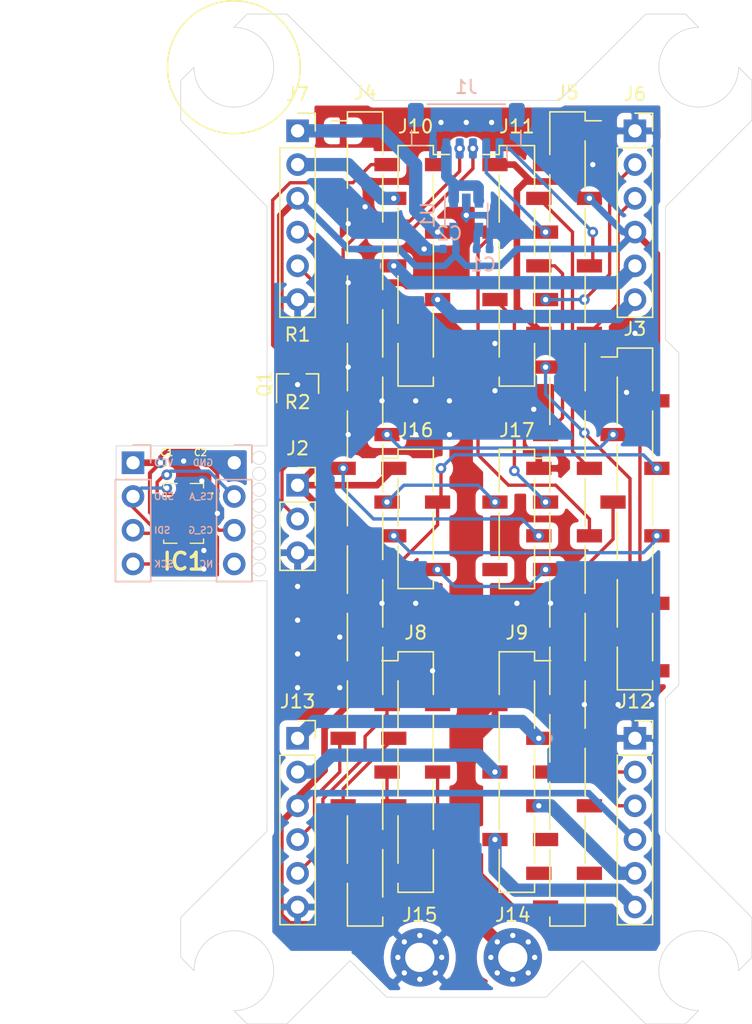
<source format=kicad_pcb>
(kicad_pcb (version 20171130) (host pcbnew "(5.1.4)-1")
  (layers (0 F.Cu signal) (31 B.Cu signal) (34 B.Paste user) (35 F.Paste user) (36 B.SilkS user) (37 F.SilkS user) (38 B.Mask user) (39 F.Mask user) (44 Edge.Cuts user))
  (net 0 "")
  (net 1 +7.5V)
  (net 2 GND)
  (net 3 +3V3)
  (net 4 CS_G)
  (net 5 SCK)
  (net 6 MOSI)
  (net 7 MISO)
  (net 8 CS_A)
  (net 9 /Sheet60DC4E71/RCV_IN)
  (net 10 CS_O)
  (net 11 "Net-(J3-Pad7)")
  (net 12 "Net-(J3-Pad8)")
  (net 13 "Net-(J4-Pad17)")
  (net 14 "Net-(J4-Pad16)")
  (net 15 "Net-(J4-Pad9)")
  (net 16 "Net-(J4-Pad8)")
  (net 17 "Net-(J4-Pad3)")
  (net 18 "Net-(J5-Pad1)")
  (net 19 "Net-(J5-Pad16)")
  (net 20 "Net-(J5-Pad17)")
  (net 21 "Net-(Q1-Pad1)")
  (net 22 "Net-(C1-Pad1)")
  (net 23 "Net-(J4-Pad24)")
  (net 24 "Net-(J9-Pad7)")
  (net 25 "Net-(J10-Pad1)")
  (net 26 VCC)
  (net 27 "Net-(J17-Pad4)")
  (net 28 M2_1)
  (net 29 M1_1)
  (net 30 M2_3)
  (net 31 M1_3)
  (net 32 OUTB_3)
  (net 33 OUTA_4)
  (net 34 OUTA_3)
  (net 35 APHAZE_1)
  (net 36 AENBL_1)
  (net 37 "Net-(J5-Pad20)")
  (net 38 "Net-(J5-Pad22)")
  (net 39 "Net-(J5-Pad24)")
  (net 40 BPHAZE_1)
  (net 41 BENBL_1)
  (net 42 "Net-(J5-Pad21)")
  (net 43 "Net-(J5-Pad23)")
  (net 44 M1_4)
  (net 45 M2_4)
  (net 46 OUTB_4)
  (net 47 M1_2)
  (net 48 M2_2)
  (net 49 BPHAZE_2)
  (net 50 AENBL_2)
  (net 51 APHAZE_2)
  (net 52 BENBL_2)
  (net 53 OUTB_1)
  (net 54 OUTA_2)
  (net 55 OUTA_1)
  (net 56 OUTB_2)
  (net 57 PWM_1)
  (net 58 PWM_2)
  (net 59 PWM_3)
  (net 60 PWM_4)
  (net 61 SCL)
  (net 62 SDA)
  (net 63 FUTABA)
  (net 64 "Net-(IC1-Pad16)")
  (net 65 "Net-(IC1-Pad10)")
  (net 66 "Net-(IC1-Pad14)")
  (net 67 "Net-(IC1-Pad13)")
  (net 68 "Net-(IC1-Pad12)")
  (net 69 "Net-(IC1-Pad9)")
  (net 70 "Net-(IC1-Pad8)")
  (net 71 "Net-(IC1-Pad5)")
  (net 72 "Net-(IC1-Pad1)")
  (net 73 "Net-(J2-Pad4)")
  (module Connector_PinSocket_2.54mm:PinSocket_1x07_P2.54mm_Vertical_SMD_Pin1Right (layer F.Cu) (at 3.81 19.05)
    (fp_text reference J9 (at 0 -10.49) (layer F.SilkS))
    (fp_text value Conn_01x07)
    (pad 2 smd rect (at -1.65 -5.08) (size 1.9 1) (layers F.Cu F.Paste F.Mask) (net 26 VCC))
    (pad 4 smd rect (at -1.65 0) (size 1.9 1) (layers F.Cu F.Paste F.Mask) (net 30 M2_3))
    (pad 6 smd rect (at -1.65 5.08) (size 1.9 1) (layers F.Cu F.Paste F.Mask) (net 47 M1_2))
    (pad 1 smd rect (at 1.65 -7.62) (size 1.9 1) (layers F.Cu F.Paste F.Mask) (net 2 GND))
    (pad 3 smd rect (at 1.65 -2.54) (size 1.9 1) (layers F.Cu F.Paste F.Mask) (net 31 M1_3))
    (pad 5 smd rect (at 1.65 2.54) (size 1.9 1) (layers F.Cu F.Paste F.Mask) (net 48 M2_2))
    (pad 7 smd rect (at 1.65 7.62) (size 1.9 1) (layers F.Cu F.Paste F.Mask) (net 24 "Net-(J9-Pad7)"))
  )
  (module Connector_PinSocket_2.54mm:PinSocket_1x07_P2.54mm_Vertical_SMD_Pin1Left (layer F.Cu) (at -3.81 19.05)
    (fp_text reference J8 (at 0 -10.49) (layer F.SilkS))
    (fp_text value Conn_01x07)
    (pad 1 smd rect (at -1.65 -7.62) (size 1.9 1) (layers F.Cu F.Paste F.Mask) (net 2 GND))
    (pad 3 smd rect (at -1.65 -2.54) (size 1.9 1) (layers F.Cu F.Paste F.Mask) (net 52 BENBL_2))
    (pad 5 smd rect (at -1.65 2.54) (size 1.9 1) (layers F.Cu F.Paste F.Mask) (net 50 AENBL_2))
    (pad 7 smd rect (at -1.65 7.62) (size 1.9 1) (layers F.Cu F.Paste F.Mask) (net 3 +3V3))
    (pad 2 smd rect (at 1.65 -5.08) (size 1.9 1) (layers F.Cu F.Paste F.Mask) (net 3 +3V3))
    (pad 4 smd rect (at 1.65 0) (size 1.9 1) (layers F.Cu F.Paste F.Mask) (net 49 BPHAZE_2))
    (pad 6 smd rect (at 1.65 5.08) (size 1.9 1) (layers F.Cu F.Paste F.Mask) (net 51 APHAZE_2))
  )
  (module Connector_PinSocket_2.54mm:PinSocket_1x04_P2.54mm_Vertical_SMD_Pin1Left (layer F.Cu) (at -3.81 0)
    (fp_text reference J16 (at 0 -6.68) (layer F.SilkS))
    (fp_text value Conn_01x04)
    (pad 1 smd rect (at -1.65 -3.81) (size 1.9 1) (layers F.Cu F.Paste F.Mask) (net 3 +3V3))
    (pad 3 smd rect (at -1.65 1.27) (size 1.9 1) (layers F.Cu F.Paste F.Mask) (net 6 MOSI))
    (pad 2 smd rect (at 1.65 -1.27) (size 1.9 1) (layers F.Cu F.Paste F.Mask) (net 7 MISO))
    (pad 4 smd rect (at 1.65 3.81) (size 1.9 1) (layers F.Cu F.Paste F.Mask) (net 5 SCK))
  )
  (module Connector_PinSocket_2.54mm:PinSocket_1x07_P2.54mm_Vertical_SMD_Pin1Left (layer F.Cu) (at 3.81 -19.05)
    (fp_text reference J11 (at 0 -10.49) (layer F.SilkS))
    (fp_text value Conn_01x07)
    (pad 6 smd rect (at 1.65 5.08) (size 1.9 1) (layers F.Cu F.Paste F.Mask) (net 3 +3V3))
    (pad 4 smd rect (at 1.65 0) (size 1.9 1) (layers F.Cu F.Paste F.Mask) (net 40 BPHAZE_1))
    (pad 2 smd rect (at 1.65 -5.08) (size 1.9 1) (layers F.Cu F.Paste F.Mask) (net 35 APHAZE_1))
    (pad 7 smd rect (at -1.65 7.62) (size 1.9 1) (layers F.Cu F.Paste F.Mask) (net 2 GND))
    (pad 5 smd rect (at -1.65 2.54) (size 1.9 1) (layers F.Cu F.Paste F.Mask) (net 41 BENBL_1))
    (pad 3 smd rect (at -1.65 -2.54) (size 1.9 1) (layers F.Cu F.Paste F.Mask) (net 36 AENBL_1))
    (pad 1 smd rect (at -1.65 -7.62) (size 1.9 1) (layers F.Cu F.Paste F.Mask) (net 3 +3V3))
  )
  (module MountingHole:MountingHole_2.2mm_M2_Pad_Via (layer F.Cu) (at -3.5 33)
    (fp_text reference J15 (at 0 -3.2) (layer F.SilkS))
    (fp_text value Conn_01x01)
    (pad 1 thru_hole circle (at 0 0) (size 4.4 4.4) (drill 2.2) (layers *.Cu *.Mask) (net 2 GND))
    (pad 1 thru_hole circle (at 1.65 0) (size 0.7 0.7) (drill 0.4) (layers *.Cu *.Mask) (net 2 GND))
    (pad 1 thru_hole circle (at 1.166726 1.166726) (size 0.7 0.7) (drill 0.4) (layers *.Cu *.Mask) (net 2 GND))
    (pad 1 thru_hole circle (at 0 1.65) (size 0.7 0.7) (drill 0.4) (layers *.Cu *.Mask) (net 2 GND))
    (pad 1 thru_hole circle (at -1.166726 1.166726) (size 0.7 0.7) (drill 0.4) (layers *.Cu *.Mask) (net 2 GND))
    (pad 1 thru_hole circle (at -1.65 0) (size 0.7 0.7) (drill 0.4) (layers *.Cu *.Mask) (net 2 GND))
    (pad 1 thru_hole circle (at -1.166726 -1.166726) (size 0.7 0.7) (drill 0.4) (layers *.Cu *.Mask) (net 2 GND))
    (pad 1 thru_hole circle (at 0 -1.65) (size 0.7 0.7) (drill 0.4) (layers *.Cu *.Mask) (net 2 GND))
    (pad 1 thru_hole circle (at 1.166726 -1.166726) (size 0.7 0.7) (drill 0.4) (layers *.Cu *.Mask) (net 2 GND))
  )
  (module MountingHole:MountingHole_2.2mm_M2_Pad_Via (layer F.Cu) (at 3.5 33)
    (fp_text reference J14 (at 0 -3.2) (layer F.SilkS))
    (fp_text value Conn_01x01)
    (pad 1 thru_hole circle (at 0 0) (size 4.4 4.4) (drill 2.2) (layers *.Cu *.Mask) (net 26 VCC))
    (pad 1 thru_hole circle (at 1.65 0) (size 0.7 0.7) (drill 0.4) (layers *.Cu *.Mask) (net 26 VCC))
    (pad 1 thru_hole circle (at 1.166726 1.166726) (size 0.7 0.7) (drill 0.4) (layers *.Cu *.Mask) (net 26 VCC))
    (pad 1 thru_hole circle (at 0 1.65) (size 0.7 0.7) (drill 0.4) (layers *.Cu *.Mask) (net 26 VCC))
    (pad 1 thru_hole circle (at -1.166726 1.166726) (size 0.7 0.7) (drill 0.4) (layers *.Cu *.Mask) (net 26 VCC))
    (pad 1 thru_hole circle (at -1.65 0) (size 0.7 0.7) (drill 0.4) (layers *.Cu *.Mask) (net 26 VCC))
    (pad 1 thru_hole circle (at -1.166726 -1.166726) (size 0.7 0.7) (drill 0.4) (layers *.Cu *.Mask) (net 26 VCC))
    (pad 1 thru_hole circle (at 0 -1.65) (size 0.7 0.7) (drill 0.4) (layers *.Cu *.Mask) (net 26 VCC))
    (pad 1 thru_hole circle (at 1.166726 -1.166726) (size 0.7 0.7) (drill 0.4) (layers *.Cu *.Mask) (net 26 VCC))
  )
  (module Package_TO_SOT_SMD:SOT-23 (layer F.Cu) (at -12.7 -10.16 90)
    (fp_text reference Q1 (at 0 -2.5 270) (layer F.SilkS))
    (fp_text value 2N7002K)
    (pad 1 smd rect (at -1 -0.95 90) (size 0.9 0.8) (layers F.Cu F.Paste F.Mask) (net 21 "Net-(Q1-Pad1)"))
    (pad 2 smd rect (at -1 0.95 90) (size 0.9 0.8) (layers F.Cu F.Paste F.Mask) (net 2 GND))
    (pad 3 smd rect (at 1 0 90) (size 0.9 0.8) (layers F.Cu F.Paste F.Mask) (net 63 FUTABA))
  )
  (module Connector_PinSocket_2.54mm:PinSocket_1x10_P2.54mm_Vertical_SMD_Pin1Left (layer F.Cu) (at 12.7 0)
    (fp_text reference J3 (at 0 -14.3) (layer F.SilkS))
    (fp_text value Conn_01x10)
    (pad 1 smd rect (at -1.65 -11.43) (size 1.9 1) (layers F.Cu F.Paste F.Mask) (net 2 GND))
    (pad 3 smd rect (at -1.65 -6.35) (size 1.9 1) (layers F.Cu F.Paste F.Mask) (net 10 CS_O))
    (pad 5 smd rect (at -1.65 -1.27) (size 1.9 1) (layers F.Cu F.Paste F.Mask) (net 5 SCK))
    (pad 7 smd rect (at -1.65 3.81) (size 1.9 1) (layers F.Cu F.Paste F.Mask) (net 11 "Net-(J3-Pad7)"))
    (pad 9 smd rect (at -1.65 8.89) (size 1.9 1) (layers F.Cu F.Paste F.Mask) (net 61 SCL))
    (pad 2 smd rect (at 1.65 -8.89) (size 1.9 1) (layers F.Cu F.Paste F.Mask) (net 3 +3V3))
    (pad 4 smd rect (at 1.65 -3.81) (size 1.9 1) (layers F.Cu F.Paste F.Mask) (net 7 MISO))
    (pad 6 smd rect (at 1.65 1.27) (size 1.9 1) (layers F.Cu F.Paste F.Mask) (net 6 MOSI))
    (pad 8 smd rect (at 1.65 6.35) (size 1.9 1) (layers F.Cu F.Paste F.Mask) (net 12 "Net-(J3-Pad8)"))
    (pad 10 smd rect (at 1.65 11.43) (size 1.9 1) (layers F.Cu F.Paste F.Mask) (net 62 SDA))
  )
  (module Package_TO_SOT_SMD:SOT-23-5 (layer B.Cu) (at 0 -22.86 270)
    (fp_text reference U1 (at 0 2.9 270) (layer B.SilkS) (effects (justify mirror)))
    (fp_text value MIC5219-3.3YM5)
    (pad 1 smd rect (at -1.1 0.95 270) (size 1.06 0.65) (layers B.Cu B.Paste B.Mask) (net 1 +7.5V))
    (pad 2 smd rect (at -1.1 0 270) (size 1.06 0.65) (layers B.Cu B.Paste B.Mask) (net 2 GND))
    (pad 3 smd rect (at -1.1 -0.95 270) (size 1.06 0.65) (layers B.Cu B.Paste B.Mask) (net 1 +7.5V))
    (pad 4 smd rect (at 1.1 -0.95 270) (size 1.06 0.65) (layers B.Cu B.Paste B.Mask) (net 22 "Net-(C1-Pad1)"))
    (pad 5 smd rect (at 1.1 0.95 270) (size 1.06 0.65) (layers B.Cu B.Paste B.Mask) (net 3 +3V3))
  )
  (module Resistor_SMD:R_0402_1005Metric (layer F.Cu) (at -12.7 -7.62)
    (fp_text reference R2 (at 0 -1.17) (layer F.SilkS))
    (fp_text value 3.3k)
    (pad 1 smd roundrect (at -0.485 0) (size 0.59 0.64) (layers F.Cu F.Paste F.Mask) (net 21 "Net-(Q1-Pad1)"))
    (pad 2 smd roundrect (at 0.485 0) (size 0.59 0.64) (layers F.Cu F.Paste F.Mask) (net 9 /Sheet60DC4E71/RCV_IN))
  )
  (module Resistor_SMD:R_0402_1005Metric (layer F.Cu) (at -12.7 -12.7)
    (fp_text reference R1 (at 0 -1.17) (layer F.SilkS))
    (fp_text value 10k)
    (pad 2 smd roundrect (at 0.485 0) (size 0.59 0.64) (layers F.Cu F.Paste F.Mask) (net 63 FUTABA))
    (pad 1 smd roundrect (at -0.485 0) (size 0.59 0.64) (layers F.Cu F.Paste F.Mask) (net 3 +3V3))
  )
  (module Connector_PinSocket_2.54mm:PinSocket_1x06_P2.54mm_Vertical (layer F.Cu) (at -12.7 16.51)
    (fp_text reference J13 (at 0 -2.77) (layer F.SilkS))
    (fp_text value Conn_01x06)
    (pad 6 thru_hole oval (at 0 12.7) (size 1.7 1.7) (drill 1) (layers *.Cu *.Mask) (net 2 GND))
    (pad 5 thru_hole oval (at 0 10.16) (size 1.7 1.7) (drill 1) (layers *.Cu *.Mask) (net 32 OUTB_3))
    (pad 4 thru_hole oval (at 0 7.62) (size 1.7 1.7) (drill 1) (layers *.Cu *.Mask) (net 34 OUTA_3))
    (pad 3 thru_hole oval (at 0 5.08) (size 1.7 1.7) (drill 1) (layers *.Cu *.Mask) (net 3 +3V3))
    (pad 2 thru_hole oval (at 0 2.54) (size 1.7 1.7) (drill 1) (layers *.Cu *.Mask) (net 30 M2_3))
    (pad 1 thru_hole rect (at 0 0) (size 1.7 1.7) (drill 1) (layers *.Cu *.Mask) (net 31 M1_3))
  )
  (module Connector_PinSocket_2.54mm:PinSocket_1x06_P2.54mm_Vertical (layer F.Cu) (at 12.7 16.51)
    (fp_text reference J12 (at 0 -2.77) (layer F.SilkS))
    (fp_text value Conn_01x06)
    (pad 1 thru_hole rect (at 0 0) (size 1.7 1.7) (drill 1) (layers *.Cu *.Mask) (net 2 GND))
    (pad 2 thru_hole oval (at 0 2.54) (size 1.7 1.7) (drill 1) (layers *.Cu *.Mask) (net 56 OUTB_2))
    (pad 3 thru_hole oval (at 0 5.08) (size 1.7 1.7) (drill 1) (layers *.Cu *.Mask) (net 54 OUTA_2))
    (pad 4 thru_hole oval (at 0 7.62) (size 1.7 1.7) (drill 1) (layers *.Cu *.Mask) (net 3 +3V3))
    (pad 5 thru_hole oval (at 0 10.16) (size 1.7 1.7) (drill 1) (layers *.Cu *.Mask) (net 48 M2_2))
    (pad 6 thru_hole oval (at 0 12.7) (size 1.7 1.7) (drill 1) (layers *.Cu *.Mask) (net 47 M1_2))
  )
  (module Connector_PinSocket_2.54mm:PinSocket_1x06_P2.54mm_Vertical (layer F.Cu) (at -12.7 -29.21)
    (fp_text reference J7 (at 0 -2.77) (layer F.SilkS))
    (fp_text value Conn_01x06)
    (pad 1 thru_hole rect (at 0 0) (size 1.7 1.7) (drill 1) (layers *.Cu *.Mask) (net 44 M1_4))
    (pad 2 thru_hole oval (at 0 2.54) (size 1.7 1.7) (drill 1) (layers *.Cu *.Mask) (net 45 M2_4))
    (pad 3 thru_hole oval (at 0 5.08) (size 1.7 1.7) (drill 1) (layers *.Cu *.Mask) (net 3 +3V3))
    (pad 4 thru_hole oval (at 0 7.62) (size 1.7 1.7) (drill 1) (layers *.Cu *.Mask) (net 33 OUTA_4))
    (pad 5 thru_hole oval (at 0 10.16) (size 1.7 1.7) (drill 1) (layers *.Cu *.Mask) (net 46 OUTB_4))
    (pad 6 thru_hole oval (at 0 12.7) (size 1.7 1.7) (drill 1) (layers *.Cu *.Mask) (net 2 GND))
  )
  (module Connector_PinSocket_2.54mm:PinSocket_1x06_P2.54mm_Vertical (layer F.Cu) (at 12.7 -29.21)
    (fp_text reference J6 (at 0 -2.77) (layer F.SilkS))
    (fp_text value Conn_01x06)
    (pad 6 thru_hole oval (at 0 12.7) (size 1.7 1.7) (drill 1) (layers *.Cu *.Mask) (net 29 M1_1))
    (pad 5 thru_hole oval (at 0 10.16) (size 1.7 1.7) (drill 1) (layers *.Cu *.Mask) (net 28 M2_1))
    (pad 4 thru_hole oval (at 0 7.62) (size 1.7 1.7) (drill 1) (layers *.Cu *.Mask) (net 3 +3V3))
    (pad 3 thru_hole oval (at 0 5.08) (size 1.7 1.7) (drill 1) (layers *.Cu *.Mask) (net 55 OUTA_1))
    (pad 2 thru_hole oval (at 0 2.54) (size 1.7 1.7) (drill 1) (layers *.Cu *.Mask) (net 53 OUTB_1))
    (pad 1 thru_hole rect (at 0 0) (size 1.7 1.7) (drill 1) (layers *.Cu *.Mask) (net 2 GND))
  )
  (module Connector_PinSocket_2.54mm:PinSocket_1x03_P2.54mm_Vertical (layer F.Cu) (at -12.7 -2.54)
    (fp_text reference J2 (at 0 -2.77) (layer F.SilkS))
    (fp_text value Conn_01x03)
    (pad 1 thru_hole rect (at 0 0) (size 1.7 1.7) (drill 1) (layers *.Cu *.Mask) (net 3 +3V3))
    (pad 2 thru_hole oval (at 0 2.54) (size 1.7 1.7) (drill 1) (layers *.Cu *.Mask) (net 9 /Sheet60DC4E71/RCV_IN))
    (pad 3 thru_hole oval (at 0 5.08) (size 1.7 1.7) (drill 1) (layers *.Cu *.Mask) (net 2 GND))
  )
  (module Connector_JST:JST_SH_BM06B-SRSS-TB_1x06-1MP_P1.00mm_Vertical (layer B.Cu) (at 0 -29.21 180)
    (fp_text reference J1 (at 0 3.3) (layer B.SilkS) (effects (justify mirror)))
    (fp_text value Conn_01x06)
    (pad 1 smd roundrect (at -2.5 -1.325 180) (size 0.6 1.55) (layers B.Cu B.Paste B.Mask) (net 57 PWM_1))
    (pad 2 smd roundrect (at -1.5 -1.325 180) (size 0.6 1.55) (layers B.Cu B.Paste B.Mask) (net 58 PWM_2))
    (pad 3 smd roundrect (at -0.5 -1.325 180) (size 0.6 1.55) (layers B.Cu B.Paste B.Mask) (net 59 PWM_3))
    (pad 4 smd roundrect (at 0.5 -1.325 180) (size 0.6 1.55) (layers B.Cu B.Paste B.Mask) (net 60 PWM_4))
    (pad 5 smd roundrect (at 1.5 -1.325 180) (size 0.6 1.55) (layers B.Cu B.Paste B.Mask) (net 1 +7.5V))
    (pad 6 smd roundrect (at 2.5 -1.325 180) (size 0.6 1.55) (layers B.Cu B.Paste B.Mask) (net 2 GND))
    (pad MP smd roundrect (at -3.8 1.2 180) (size 1.2 1.8) (layers B.Cu B.Paste B.Mask) (roundrect_rratio 0.208333))
    (pad MP smd roundrect (at 3.8 1.2 180) (size 1.2 1.8) (layers B.Cu B.Paste B.Mask) (roundrect_rratio 0.208333))
  )
  (module Capacitor_SMD:C_0402_1005Metric (layer B.Cu) (at -1.27 -20.32 180)
    (fp_text reference C2 (at 0 1.17 180) (layer B.SilkS) (effects (justify mirror)))
    (fp_text value 2.2u)
    (pad 1 smd roundrect (at -0.485 0 180) (size 0.59 0.64) (layers B.Cu B.Paste B.Mask) (net 3 +3V3))
    (pad 2 smd roundrect (at 0.485 0 180) (size 0.59 0.64) (layers B.Cu B.Paste B.Mask) (net 2 GND))
  )
  (module Capacitor_SMD:C_0402_1005Metric (layer B.Cu) (at 1.27 -20.32)
    (fp_text reference C1 (at 0 1.17 180) (layer B.SilkS) (effects (justify mirror)))
    (fp_text value 470p)
    (pad 2 smd roundrect (at 0.485 0) (size 0.59 0.64) (layers B.Cu B.Paste B.Mask) (net 2 GND))
    (pad 1 smd roundrect (at -0.485 0) (size 0.59 0.64) (layers B.Cu B.Paste B.Mask) (net 22 "Net-(C1-Pad1)"))
  )
  (module Connector_PinSocket_2.54mm:PinSocket_1x24_P2.54mm_Vertical_SMD_Pin1Right (layer F.Cu) (at 7.62 0)
    (fp_text reference J5 (at 0 -32.08) (layer F.SilkS))
    (fp_text value Conn_01x24)
    (pad 2 smd rect (at -1.65 -26.67) (size 1.9 1) (layers F.Cu F.Paste F.Mask) (net 2 GND))
    (pad 4 smd rect (at -1.65 -21.59) (size 1.9 1) (layers F.Cu F.Paste F.Mask) (net 58 PWM_2))
    (pad 6 smd rect (at -1.65 -16.51) (size 1.9 1) (layers F.Cu F.Paste F.Mask) (net 53 OUTB_1))
    (pad 8 smd rect (at -1.65 -11.43) (size 1.9 1) (layers F.Cu F.Paste F.Mask) (net 61 SCL))
    (pad 10 smd rect (at -1.65 -6.35) (size 1.9 1) (layers F.Cu F.Paste F.Mask) (net 40 BPHAZE_1))
    (pad 12 smd rect (at -1.65 -1.27) (size 1.9 1) (layers F.Cu F.Paste F.Mask) (net 41 BENBL_1))
    (pad 14 smd rect (at -1.65 3.81) (size 1.9 1) (layers F.Cu F.Paste F.Mask) (net 5 SCK))
    (pad 16 smd rect (at -1.65 8.89) (size 1.9 1) (layers F.Cu F.Paste F.Mask) (net 19 "Net-(J5-Pad16)"))
    (pad 18 smd rect (at -1.65 13.97) (size 1.9 1) (layers F.Cu F.Paste F.Mask) (net 54 OUTA_2))
    (pad 20 smd rect (at -1.65 19.05) (size 1.9 1) (layers F.Cu F.Paste F.Mask) (net 37 "Net-(J5-Pad20)"))
    (pad 22 smd rect (at -1.65 24.13) (size 1.9 1) (layers F.Cu F.Paste F.Mask) (net 38 "Net-(J5-Pad22)"))
    (pad 24 smd rect (at -1.65 29.21) (size 1.9 1) (layers F.Cu F.Paste F.Mask) (net 39 "Net-(J5-Pad24)"))
    (pad 1 smd rect (at 1.65 -29.21) (size 1.9 1) (layers F.Cu F.Paste F.Mask) (net 18 "Net-(J5-Pad1)"))
    (pad 3 smd rect (at 1.65 -24.13) (size 1.9 1) (layers F.Cu F.Paste F.Mask) (net 3 +3V3))
    (pad 5 smd rect (at 1.65 -19.05) (size 1.9 1) (layers F.Cu F.Paste F.Mask) (net 57 PWM_1))
    (pad 7 smd rect (at 1.65 -13.97) (size 1.9 1) (layers F.Cu F.Paste F.Mask) (net 55 OUTA_1))
    (pad 9 smd rect (at 1.65 -8.89) (size 1.9 1) (layers F.Cu F.Paste F.Mask) (net 62 SDA))
    (pad 11 smd rect (at 1.65 -3.81) (size 1.9 1) (layers F.Cu F.Paste F.Mask) (net 35 APHAZE_1))
    (pad 13 smd rect (at 1.65 1.27) (size 1.9 1) (layers F.Cu F.Paste F.Mask) (net 36 AENBL_1))
    (pad 15 smd rect (at 1.65 6.35) (size 1.9 1) (layers F.Cu F.Paste F.Mask) (net 2 GND))
    (pad 17 smd rect (at 1.65 11.43) (size 1.9 1) (layers F.Cu F.Paste F.Mask) (net 20 "Net-(J5-Pad17)"))
    (pad 19 smd rect (at 1.65 16.51) (size 1.9 1) (layers F.Cu F.Paste F.Mask) (net 56 OUTB_2))
    (pad 21 smd rect (at 1.65 21.59) (size 1.9 1) (layers F.Cu F.Paste F.Mask) (net 42 "Net-(J5-Pad21)"))
    (pad 23 smd rect (at 1.65 26.67) (size 1.9 1) (layers F.Cu F.Paste F.Mask) (net 43 "Net-(J5-Pad23)"))
  )
  (module Connector_PinSocket_2.54mm:PinSocket_1x07_P2.54mm_Vertical_SMD_Pin1Right (layer F.Cu) (at -3.81 -19.05)
    (fp_text reference J10 (at 0 -10.49) (layer F.SilkS))
    (fp_text value Conn_01x07)
    (pad 7 smd rect (at 1.65 7.62) (size 1.9 1) (layers F.Cu F.Paste F.Mask) (net 2 GND))
    (pad 5 smd rect (at 1.65 2.54) (size 1.9 1) (layers F.Cu F.Paste F.Mask) (net 29 M1_1))
    (pad 3 smd rect (at 1.65 -2.54) (size 1.9 1) (layers F.Cu F.Paste F.Mask) (net 44 M1_4))
    (pad 1 smd rect (at 1.65 -7.62) (size 1.9 1) (layers F.Cu F.Paste F.Mask) (net 25 "Net-(J10-Pad1)"))
    (pad 6 smd rect (at -1.65 5.08) (size 1.9 1) (layers F.Cu F.Paste F.Mask) (net 26 VCC))
    (pad 4 smd rect (at -1.65 0) (size 1.9 1) (layers F.Cu F.Paste F.Mask) (net 28 M2_1))
    (pad 2 smd rect (at -1.65 -5.08) (size 1.9 1) (layers F.Cu F.Paste F.Mask) (net 45 M2_4))
  )
  (module Connector_PinSocket_2.54mm:PinSocket_1x24_P2.54mm_Vertical_SMD_Pin1Left (layer F.Cu) (at -7.62 0)
    (fp_text reference J4 (at 0 -32.08) (layer F.SilkS))
    (fp_text value Conn_01x24)
    (pad 24 smd rect (at 1.65 29.21) (size 1.9 1) (layers F.Cu F.Paste F.Mask) (net 23 "Net-(J4-Pad24)"))
    (pad 22 smd rect (at 1.65 24.13) (size 1.9 1) (layers F.Cu F.Paste F.Mask) (net 49 BPHAZE_2))
    (pad 20 smd rect (at 1.65 19.05) (size 1.9 1) (layers F.Cu F.Paste F.Mask) (net 50 AENBL_2))
    (pad 18 smd rect (at 1.65 13.97) (size 1.9 1) (layers F.Cu F.Paste F.Mask) (net 32 OUTB_3))
    (pad 16 smd rect (at 1.65 8.89) (size 1.9 1) (layers F.Cu F.Paste F.Mask) (net 14 "Net-(J4-Pad16)"))
    (pad 14 smd rect (at 1.65 3.81) (size 1.9 1) (layers F.Cu F.Paste F.Mask) (net 7 MISO))
    (pad 12 smd rect (at 1.65 -1.27) (size 1.9 1) (layers F.Cu F.Paste F.Mask) (net 8 CS_A))
    (pad 10 smd rect (at 1.65 -6.35) (size 1.9 1) (layers F.Cu F.Paste F.Mask) (net 10 CS_O))
    (pad 8 smd rect (at 1.65 -11.43) (size 1.9 1) (layers F.Cu F.Paste F.Mask) (net 16 "Net-(J4-Pad8)"))
    (pad 6 smd rect (at 1.65 -16.51) (size 1.9 1) (layers F.Cu F.Paste F.Mask) (net 33 OUTA_4))
    (pad 4 smd rect (at 1.65 -21.59) (size 1.9 1) (layers F.Cu F.Paste F.Mask) (net 59 PWM_3))
    (pad 2 smd rect (at 1.65 -26.67) (size 1.9 1) (layers F.Cu F.Paste F.Mask) (net 63 FUTABA))
    (pad 23 smd rect (at -1.65 26.67) (size 1.9 1) (layers F.Cu F.Paste F.Mask) (net 51 APHAZE_2))
    (pad 21 smd rect (at -1.65 21.59) (size 1.9 1) (layers F.Cu F.Paste F.Mask) (net 52 BENBL_2))
    (pad 19 smd rect (at -1.65 16.51) (size 1.9 1) (layers F.Cu F.Paste F.Mask) (net 34 OUTA_3))
    (pad 17 smd rect (at -1.65 11.43) (size 1.9 1) (layers F.Cu F.Paste F.Mask) (net 13 "Net-(J4-Pad17)"))
    (pad 15 smd rect (at -1.65 6.35) (size 1.9 1) (layers F.Cu F.Paste F.Mask) (net 3 +3V3))
    (pad 13 smd rect (at -1.65 1.27) (size 1.9 1) (layers F.Cu F.Paste F.Mask) (net 6 MOSI))
    (pad 11 smd rect (at -1.65 -3.81) (size 1.9 1) (layers F.Cu F.Paste F.Mask) (net 4 CS_G))
    (pad 9 smd rect (at -1.65 -8.89) (size 1.9 1) (layers F.Cu F.Paste F.Mask) (net 15 "Net-(J4-Pad9)"))
    (pad 7 smd rect (at -1.65 -13.97) (size 1.9 1) (layers F.Cu F.Paste F.Mask) (net 46 OUTB_4))
    (pad 5 smd rect (at -1.65 -19.05) (size 1.9 1) (layers F.Cu F.Paste F.Mask) (net 60 PWM_4))
    (pad 3 smd rect (at -1.65 -24.13) (size 1.9 1) (layers F.Cu F.Paste F.Mask) (net 17 "Net-(J4-Pad3)"))
    (pad 1 smd rect (at -1.65 -29.21) (size 1.9 1) (layers F.Cu F.Paste F.Mask) (net 2 GND))
  )
  (module Connector_PinSocket_2.54mm:PinSocket_1x04_P2.54mm_Vertical_SMD_Pin1Right (layer F.Cu) (at 3.81 0)
    (fp_text reference J17 (at 0 -6.68) (layer F.SilkS))
    (fp_text value Conn_01x04)
    (pad 2 smd rect (at -1.65 -1.27) (size 1.9 1) (layers F.Cu F.Paste F.Mask) (net 8 CS_A))
    (pad 4 smd rect (at -1.65 3.81) (size 1.9 1) (layers F.Cu F.Paste F.Mask) (net 27 "Net-(J17-Pad4)"))
    (pad 1 smd rect (at 1.65 -3.81) (size 1.9 1) (layers F.Cu F.Paste F.Mask) (net 2 GND))
    (pad 3 smd rect (at 1.65 1.27) (size 1.9 1) (layers F.Cu F.Paste F.Mask) (net 4 CS_G))
  )
  (module Connector_PinHeader_2.54mm:PinHeader_1x04_P2.54mm_Vertical (layer B.Cu) (at -17.47 -4.23 180)
    (fp_text reference J2 hide)
    (fp_text value Conn_01x04)
    (pad 4 thru_hole oval (at 0 -7.62 180) (size 1.7 1.7) (drill 1) (layers *.Cu *.Mask) (net 73 "Net-(J2-Pad4)"))
    (pad 3 thru_hole oval (at 0 -5.08 180) (size 1.7 1.7) (drill 1) (layers *.Cu *.Mask) (net 71 "Net-(IC1-Pad5)"))
    (pad 2 thru_hole oval (at 0 -2.54 180) (size 1.7 1.7) (drill 1) (layers *.Cu *.Mask) (net 66 "Net-(IC1-Pad14)"))
    (pad 1 thru_hole rect (at 0 0 180) (size 1.7 1.7) (drill 1) (layers *.Cu *.Mask) (net 2 GND))
  )
  (module Connector_PinHeader_2.54mm:PinHeader_1x04_P2.54mm_Vertical (layer B.Cu) (at -25.09 -4.23 180)
    (fp_text reference J1 hide)
    (fp_text value Conn_01x04)
    (pad 4 thru_hole oval (at 0 -7.62 180) (size 1.7 1.7) (drill 1) (layers *.Cu *.Mask) (net 70 "Net-(IC1-Pad8)"))
    (pad 3 thru_hole oval (at 0 -5.08 180) (size 1.7 1.7) (drill 1) (layers *.Cu *.Mask) (net 69 "Net-(IC1-Pad9)"))
    (pad 2 thru_hole oval (at 0 -2.54 180) (size 1.7 1.7) (drill 1) (layers *.Cu *.Mask) (net 65 "Net-(IC1-Pad10)"))
    (pad 1 thru_hole rect (at 0 0 180) (size 1.7 1.7) (drill 1) (layers *.Cu *.Mask) (net 3 +3V3))
  )
  (module SamacSys_Parts:BMI088 (layer F.Cu) (at -21.28 -0.42 270)
    (fp_text reference IC1 (at 3.6195 0 180) (layer F.SilkS) (effects (font (size 1.27 1.27) (thickness 0.254))))
    (fp_text value BMI088 hide)
    (pad 16 smd rect (at -1.915 0) (size 0.25 0.675) (layers F.Cu F.Paste F.Mask) (net 64 "Net-(IC1-Pad16)"))
    (pad 15 smd rect (at -1.5 1.165 270) (size 0.25 0.675) (layers F.Cu F.Paste F.Mask) (net 65 "Net-(IC1-Pad10)"))
    (pad 14 smd rect (at -1 1.165 270) (size 0.25 0.675) (layers F.Cu F.Paste F.Mask) (net 66 "Net-(IC1-Pad14)"))
    (pad 13 smd rect (at -0.5 1.165 270) (size 0.25 0.675) (layers F.Cu F.Paste F.Mask) (net 67 "Net-(IC1-Pad13)"))
    (pad 12 smd rect (at 0 1.165 270) (size 0.25 0.675) (layers F.Cu F.Paste F.Mask) (net 68 "Net-(IC1-Pad12)"))
    (pad 11 smd rect (at 0.5 1.165 270) (size 0.25 0.675) (layers F.Cu F.Paste F.Mask) (net 3 +3V3))
    (pad 10 smd rect (at 1 1.165 270) (size 0.25 0.675) (layers F.Cu F.Paste F.Mask) (net 65 "Net-(IC1-Pad10)"))
    (pad 9 smd rect (at 1.5 1.165 270) (size 0.25 0.675) (layers F.Cu F.Paste F.Mask) (net 69 "Net-(IC1-Pad9)"))
    (pad 8 smd rect (at 1.915 0) (size 0.25 0.675) (layers F.Cu F.Paste F.Mask) (net 70 "Net-(IC1-Pad8)"))
    (pad 7 smd rect (at 1.5 -1.165 270) (size 0.25 0.675) (layers F.Cu F.Paste F.Mask) (net 2 GND))
    (pad 6 smd rect (at 1 -1.165 270) (size 0.25 0.675) (layers F.Cu F.Paste F.Mask) (net 2 GND))
    (pad 5 smd rect (at 0.5 -1.165 270) (size 0.25 0.675) (layers F.Cu F.Paste F.Mask) (net 71 "Net-(IC1-Pad5)"))
    (pad 4 smd rect (at 0 -1.165 270) (size 0.25 0.675) (layers F.Cu F.Paste F.Mask) (net 2 GND))
    (pad 3 smd rect (at -0.5 -1.165 270) (size 0.25 0.675) (layers F.Cu F.Paste F.Mask) (net 3 +3V3))
    (pad 2 smd rect (at -1 -1.165 270) (size 0.25 0.675) (layers F.Cu F.Paste F.Mask) (net 2 GND))
    (pad 1 smd rect (at -1.5 -1.165 270) (size 0.25 0.675) (layers F.Cu F.Paste F.Mask) (net 72 "Net-(IC1-Pad1)"))
  )
  (module Capacitor_SMD:C_0402_1005Metric (layer F.Cu) (at -20.01 -4.23 180)
    (fp_text reference C2 (at 0 0.762) (layer F.SilkS) (effects (font (size 0.5 0.5) (thickness 0.1))))
    (fp_text value 100nF)
    (pad 1 smd roundrect (at -0.485 0 180) (size 0.59 0.64) (layers F.Cu F.Paste F.Mask) (net 3 +3V3))
    (pad 2 smd roundrect (at 0.485 0 180) (size 0.59 0.64) (layers F.Cu F.Paste F.Mask) (net 2 GND))
  )
  (module Capacitor_SMD:C_0402_1005Metric (layer F.Cu) (at -22.55 -4.23)
    (fp_text reference C1 (at 0 -0.762) (layer F.SilkS) (effects (font (size 0.5 0.5) (thickness 0.1))))
    (fp_text value 100nF)
    (pad 2 smd roundrect (at 0.485 0) (size 0.59 0.64) (layers F.Cu F.Paste F.Mask) (net 2 GND))
    (pad 1 smd roundrect (at -0.485 0) (size 0.59 0.64) (layers F.Cu F.Paste F.Mask) (net 3 +3V3))
  )
  (gr_line (start -15 23.5) (end -15 4.66) (layer Edge.Cuts) (width 0.05))
  (gr_line (start -16.2 4.66) (end -15 4.66) (layer Edge.Cuts) (width 0.05))
  (gr_line (start -16.2 -5.5) (end -15 -5.5) (layer Edge.Cuts) (width 0.05))
  (gr_circle (center -15.6 3.8) (end -15.6 4.3) (layer Edge.Cuts) (width 0.05))
  (gr_circle (center -15.6 2.6) (end -15.6 3.1) (layer Edge.Cuts) (width 0.05))
  (gr_circle (center -15.6 1.4) (end -15.6 1.9) (layer Edge.Cuts) (width 0.05))
  (gr_circle (center -15.6 0.2) (end -15.6 0.7) (layer Edge.Cuts) (width 0.05))
  (gr_circle (center -15.6 -1) (end -15.6 -0.5) (layer Edge.Cuts) (width 0.05))
  (gr_circle (center -15.6 -2.2) (end -15.6 -1.7) (layer Edge.Cuts) (width 0.05))
  (gr_circle (center -15.6 -3.4) (end -15.6 -2.9) (layer Edge.Cuts) (width 0.05))
  (gr_circle (center -15.6 -4.6) (end -15.6 -4.1) (layer Edge.Cuts) (width 0.05))
  (gr_line (start -7 -31.5) (end 7 -31.5) (layer Edge.Cuts) (width 0.05))
  (gr_line (start 15 -23.5) (end 15 -13.5) (layer Edge.Cuts) (width 0.05))
  (gr_line (start -15 -5.5) (end -15 -23.5) (layer Edge.Cuts) (width 0.05))
  (gr_line (start -6 36) (end 6 36) (layer Edge.Cuts) (width 0.05))
  (gr_line (start 15 13.5) (end 15 23.5) (layer Edge.Cuts) (width 0.05))
  (gr_line (start 15 13.5) (end 16 12.5) (layer Edge.Cuts) (width 0.05))
  (gr_line (start 16 12.5) (end 16 -12) (layer Edge.Cuts) (width 0.05))
  (gr_line (start 15 -13.5) (end 16 -12.5) (layer Edge.Cuts) (width 0.05))
  (gr_line (start 16 -12.5) (end 16 -12) (layer Edge.Cuts) (width 0.05))
  (gr_arc (start -17.5 -34) (end -20.5 -34) (angle -270) (layer Edge.Cuts) (width 0.05))
  (gr_line (start -20.5 -34) (end -21.5 -33) (layer Edge.Cuts) (width 0.05))
  (gr_line (start -21.5 -33) (end -21.5 -30) (layer Edge.Cuts) (width 0.05))
  (gr_line (start -21.5 -30) (end -15 -23.5) (layer Edge.Cuts) (width 0.05))
  (gr_line (start -17.5 -37) (end -16.5 -38) (layer Edge.Cuts) (width 0.05))
  (gr_line (start -16.5 -38) (end -13.5 -38) (layer Edge.Cuts) (width 0.05))
  (gr_line (start -13.5 -38) (end -7 -31.5) (layer Edge.Cuts) (width 0.05))
  (gr_line (start 16.5 -38) (end 13.5 -38) (layer Edge.Cuts) (width 0.05))
  (gr_line (start 17.5 -37) (end 16.5 -38) (layer Edge.Cuts) (width 0.05))
  (gr_line (start 13.5 -38) (end 7 -31.5) (layer Edge.Cuts) (width 0.05))
  (gr_line (start 20.5 -34) (end 21.5 -33) (layer Edge.Cuts) (width 0.05))
  (gr_line (start 21.5 -30) (end 15 -23.5) (layer Edge.Cuts) (width 0.05))
  (gr_line (start 21.5 -33) (end 21.5 -30) (layer Edge.Cuts) (width 0.05))
  (gr_arc (start 17.5 -34) (end 17.5 -37) (angle -270) (layer Edge.Cuts) (width 0.05))
  (gr_circle (center -17.5 -34) (end -17.5 -29) (layer F.SilkS) (width 0.12))
  (gr_line (start -16.5 38) (end -13.5 38) (layer Edge.Cuts) (width 0.05))
  (gr_line (start -17.5 37) (end -16.5 38) (layer Edge.Cuts) (width 0.05))
  (gr_line (start -13.5 38) (end -8.75 33.25) (layer Edge.Cuts) (width 0.05))
  (gr_line (start -20.5 34) (end -21.5 33) (layer Edge.Cuts) (width 0.05))
  (gr_line (start -21.5 30) (end -15 23.5) (layer Edge.Cuts) (width 0.05))
  (gr_line (start -21.5 33) (end -21.5 30) (layer Edge.Cuts) (width 0.05))
  (gr_arc (start -17.5 34) (end -17.5 37) (angle -270) (layer Edge.Cuts) (width 0.05))
  (gr_line (start 21.5 33) (end 21.5 30) (layer Edge.Cuts) (width 0.05))
  (gr_line (start 20.5 34) (end 21.5 33) (layer Edge.Cuts) (width 0.05))
  (gr_line (start 21.5 30) (end 15 23.5) (layer Edge.Cuts) (width 0.05))
  (gr_line (start 17.5 37) (end 16.5 38) (layer Edge.Cuts) (width 0.05))
  (gr_line (start 13.5 38) (end 8.75 33.25) (layer Edge.Cuts) (width 0.05))
  (gr_line (start 16.5 38) (end 13.5 38) (layer Edge.Cuts) (width 0.05))
  (gr_arc (start 17.5 34) (end 20.5 34) (angle -270) (layer Edge.Cuts) (width 0.05))
  (gr_line (start 6 36) (end 8.5 33.5) (layer Edge.Cuts) (width 0.05))
  (gr_line (start 8.5 33.5) (end 8.5 33.5) (layer Edge.Cuts) (width 0.05))
  (gr_line (start -6 36) (end -8.5 33.5) (layer Edge.Cuts) (width 0.05))
  (gr_line (start -8.5 33.5) (end -8.75 33.25) (layer Edge.Cuts) (width 0.05))
  (gr_line (start 8.5 33.5) (end 8.75 33.25) (layer Edge.Cuts) (width 0.05))
  (gr_text CS_G (at -18.994 0.85) (layer B.SilkS) (effects (font (size 0.5 0.5) (thickness 0.1)) (justify left mirror)))
  (gr_text CS_A (at -18.994 -1.69) (layer B.SilkS) (effects (font (size 0.5 0.5) (thickness 0.1)) (justify left mirror)))
  (gr_text SDO (at -23.566 -1.69) (layer B.SilkS) (effects (font (size 0.5 0.5) (thickness 0.1)) (justify right mirror)))
  (gr_text SCK (at -23.566 3.39) (layer B.SilkS) (effects (font (size 0.5 0.5) (thickness 0.1)) (justify right mirror)))
  (gr_text SDI (at -23.566 0.85) (layer B.SilkS) (effects (font (size 0.5 0.5) (thickness 0.1)) (justify right mirror)))
  (gr_text NC (at -18.994 3.39) (layer B.SilkS) (effects (font (size 0.5 0.5) (thickness 0.1)) (justify left mirror)))
  (gr_text GND (at -18.994 -4.23) (layer B.SilkS) (effects (font (size 0.5 0.5) (thickness 0.1)) (justify left mirror)))
  (gr_text VDD (at -23.566 -4.23) (layer B.SilkS) (effects (font (size 0.5 0.5) (thickness 0.1)) (justify right mirror)))
  (gr_line (start -26.36 4.66) (end -26.36 -5.5) (layer Edge.Cuts) (width 0.05))
  (gr_line (start -16.2 4.66) (end -26.36 4.66) (layer Edge.Cuts) (width 0.05))
  (gr_line (start -26.36 -5.5) (end -16.2 -5.5) (layer Edge.Cuts) (width 0.05))
  (segment (start -0.95 -24.945002) (end -0.95 -23.96) (width 0.8) (layer B.Cu) (net 1))
  (segment (start -0.805001 -25.090001) (end -0.95 -24.945002) (width 0.8) (layer B.Cu) (net 1))
  (segment (start -1.5 -27.885) (end -1.5 -25.785) (width 0.8) (layer B.Cu) (net 1))
  (segment (start -1.5 -25.785) (end -0.805001 -25.090001) (width 0.8) (layer B.Cu) (net 1))
  (segment (start 0.925001 -24.970001) (end 0.805001 -25.090001) (width 0.8) (layer B.Cu) (net 1))
  (segment (start 0.805001 -25.090001) (end -0.805001 -25.090001) (width 0.8) (layer B.Cu) (net 1))
  (segment (start 0.925001 -23.984999) (end 0.925001 -24.970001) (width 0.8) (layer B.Cu) (net 1))
  (segment (start 0.95 -23.96) (end 0.925001 -23.984999) (width 0.8) (layer B.Cu) (net 1))
  (segment (start -2.61 -11.43) (end -2.16 -11.43) (width 0.8) (layer F.Cu) (net 2))
  (via (at -12.7 5.08) (size 0.8) (drill 0.4) (layers F.Cu B.Cu) (net 2))
  (via (at -12.7 7.62) (size 0.8) (drill 0.4) (layers F.Cu B.Cu) (net 2))
  (via (at -12.7 10.16) (size 0.8) (drill 0.4) (layers F.Cu B.Cu) (net 2))
  (via (at -12.7 12.7) (size 0.8) (drill 0.4) (layers F.Cu B.Cu) (net 2))
  (via (at -6.35 6.35) (size 0.8) (drill 0.4) (layers F.Cu B.Cu) (net 2))
  (via (at -3.81 6.35) (size 0.8) (drill 0.4) (layers F.Cu B.Cu) (net 2))
  (via (at 3.81 6.35) (size 0.8) (drill 0.4) (layers F.Cu B.Cu) (net 2))
  (via (at 6.35 6.35) (size 0.8) (drill 0.4) (layers F.Cu B.Cu) (net 2))
  (via (at -12.7 -10.109998) (size 0.8) (drill 0.4) (layers F.Cu B.Cu) (net 2))
  (segment (start -11.75 -9.16) (end -11.750002 -9.16) (width 0.25) (layer F.Cu) (net 2))
  (segment (start -11.750002 -9.16) (end -12.7 -10.109998) (width 0.25) (layer F.Cu) (net 2))
  (via (at 0 -22.86) (size 0.8) (drill 0.4) (layers F.Cu B.Cu) (net 2))
  (segment (start 0 -23.96) (end 0 -22.86) (width 0.5) (layer B.Cu) (net 2))
  (segment (start 0.565685 -22.86) (end 0 -22.86) (width 0.5) (layer B.Cu) (net 2))
  (segment (start 1.515002 -22.86) (end 0.565685 -22.86) (width 0.5) (layer B.Cu) (net 2))
  (segment (start 1.755 -22.620002) (end 1.515002 -22.86) (width 0.5) (layer B.Cu) (net 2))
  (segment (start 1.755 -20.32) (end 1.755 -22.620002) (width 0.5) (layer B.Cu) (net 2))
  (via (at -3.175 -20.32) (size 0.8) (drill 0.4) (layers F.Cu B.Cu) (net 2))
  (via (at -6.35 -8.89) (size 0.8) (drill 0.4) (layers F.Cu B.Cu) (net 2))
  (via (at -3.81 -8.89) (size 0.8) (drill 0.4) (layers F.Cu B.Cu) (net 2))
  (via (at -1.27 -8.89) (size 0.8) (drill 0.4) (layers F.Cu B.Cu) (net 2))
  (via (at -1.27 -6.35) (size 0.8) (drill 0.4) (layers F.Cu B.Cu) (net 2))
  (via (at -3.81 -6.35) (size 0.8) (drill 0.4) (layers F.Cu B.Cu) (net 2))
  (via (at -8.89 -6.35) (size 0.8) (drill 0.4) (layers F.Cu B.Cu) (net 2))
  (via (at -8.89 -11.43) (size 0.8) (drill 0.4) (layers F.Cu B.Cu) (net 2))
  (via (at 2.159 -13.208) (size 0.8) (drill 0.4) (layers F.Cu B.Cu) (net 2))
  (via (at 2.159 -9.652) (size 0.8) (drill 0.4) (layers F.Cu B.Cu) (net 2))
  (via (at 12.7 -13.97) (size 0.8) (drill 0.4) (layers F.Cu B.Cu) (net 2))
  (via (at 12.065 -9.525) (size 0.8) (drill 0.4) (layers F.Cu B.Cu) (net 2))
  (via (at -1.905 -29.845) (size 0.8) (drill 0.4) (layers F.Cu B.Cu) (net 2))
  (via (at 0 -29.845) (size 0.8) (drill 0.4) (layers F.Cu B.Cu) (net 2))
  (via (at 1.905 -29.845) (size 0.8) (drill 0.4) (layers F.Cu B.Cu) (net 2))
  (via (at -8.89 -22.225) (size 0.8) (drill 0.4) (layers F.Cu B.Cu) (net 2))
  (via (at -7.62 -23.495) (size 0.8) (drill 0.4) (layers F.Cu B.Cu) (net 2))
  (via (at -8.89 -17.78) (size 0.8) (drill 0.4) (layers F.Cu B.Cu) (net 2))
  (via (at 9.525 -26.67) (size 0.8) (drill 0.4) (layers F.Cu B.Cu) (net 2))
  (via (at 5.08 -8.255) (size 0.8) (drill 0.4) (layers F.Cu B.Cu) (net 2))
  (via (at -9.525 8.89) (size 0.8) (drill 0.4) (layers F.Cu B.Cu) (net 2))
  (via (at -9.525 12.7) (size 0.8) (drill 0.4) (layers F.Cu B.Cu) (net 2))
  (via (at -2.54 11.43) (size 0.8) (drill 0.4) (layers F.Cu B.Cu) (net 2))
  (via (at 8.89 13.97) (size 0.8) (drill 0.4) (layers F.Cu B.Cu) (net 2))
  (via (at 11.43 13.97) (size 0.8) (drill 0.4) (layers F.Cu B.Cu) (net 2))
  (via (at 13.97 13.97) (size 0.8) (drill 0.4) (layers F.Cu B.Cu) (net 2))
  (segment (start -20.115 -1.42) (end -19.649264 -1.42) (width 0.25) (layer F.Cu) (net 2))
  (segment (start -19.649264 -1.42) (end -19.375 -1.694264) (width 0.25) (layer F.Cu) (net 2))
  (segment (start -19.375 -1.694264) (end -19.375 -2.325) (width 0.25) (layer F.Cu) (net 2))
  (segment (start -20.495 -3.445) (end -20.495 -4.23) (width 0.25) (layer F.Cu) (net 2))
  (segment (start -19.375 -2.325) (end -19.9084 -2.8584) (width 0.25) (layer F.Cu) (net 2))
  (segment (start -19.5275 0.58) (end -19.375 0.7325) (width 0.25) (layer F.Cu) (net 2))
  (segment (start -20.115 0.58) (end -19.5275 0.58) (width 0.25) (layer F.Cu) (net 2))
  (segment (start -19.5275 1.08) (end -20.115 1.08) (width 0.25) (layer F.Cu) (net 2))
  (segment (start -19.375 0.9275) (end -19.5275 1.08) (width 0.25) (layer F.Cu) (net 2))
  (segment (start -19.375 0.7325) (end -19.375 0.9275) (width 0.25) (layer F.Cu) (net 2))
  (via (at -18.74 -0.42) (size 0.8) (drill 0.4) (layers F.Cu B.Cu) (net 2))
  (segment (start -20.115 -0.42) (end -18.74 -0.42) (width 0.25) (layer F.Cu) (net 2))
  (segment (start -19.9084 -2.8584) (end -20.495 -3.445) (width 0.25) (layer F.Cu) (net 2))
  (via (at -19.9084 -2.8584) (size 0.8) (drill 0.4) (layers F.Cu B.Cu) (net 2))
  (via (at -19.756 2.374) (size 0.8) (drill 0.4) (layers F.Cu B.Cu) (net 2))
  (via (at -19.756 3.771) (size 0.8) (drill 0.4) (layers F.Cu B.Cu) (net 2))
  (via (at -21.28 -4.357) (size 0.8) (drill 0.4) (layers F.Cu B.Cu) (net 2))
  (segment (start -21.407 -4.23) (end -21.28 -4.357) (width 0.25) (layer F.Cu) (net 2))
  (segment (start -22.065 -4.23) (end -21.407 -4.23) (width 0.25) (layer F.Cu) (net 2))
  (segment (start -18.74 2.12) (end -20.01 2.12) (width 0.25) (layer F.Cu) (net 2))
  (segment (start -19.375 0.7325) (end -18.74 1.3675) (width 0.25) (layer F.Cu) (net 2))
  (segment (start -18.74 1.3675) (end -18.74 2.12) (width 0.25) (layer F.Cu) (net 2))
  (segment (start -19.375 0.9275) (end -19.375 1.485) (width 0.25) (layer F.Cu) (net 2))
  (segment (start -19.375 1.485) (end -20.01 2.12) (width 0.25) (layer F.Cu) (net 2))
  (segment (start -21.28 -4.357) (end -21.28 -3.468) (width 0.25) (layer F.Cu) (net 2))
  (segment (start -20.6704 -2.8584) (end -19.9084 -2.8584) (width 0.25) (layer F.Cu) (net 2))
  (segment (start -21.28 -3.468) (end -20.6704 -2.8584) (width 0.25) (layer F.Cu) (net 2))
  (segment (start -21.303 -3.468) (end -21.28 -3.468) (width 0.25) (layer F.Cu) (net 2))
  (segment (start -22.065 -4.23) (end -21.303 -3.468) (width 0.25) (layer F.Cu) (net 2))
  (segment (start -12.7 -24.13) (end -12.7 -23.736002) (width 0.8) (layer B.Cu) (net 3))
  (segment (start -8.89 -20.32) (end -12.7 -24.13) (width 0.5) (layer B.Cu) (net 3))
  (segment (start -5.08 -20.32) (end -8.89 -20.32) (width 0.5) (layer B.Cu) (net 3))
  (segment (start -3.81 -19.05) (end -5.08 -20.32) (width 0.5) (layer B.Cu) (net 3))
  (segment (start -1.635 -19.05) (end -3.81 -19.05) (width 0.5) (layer B.Cu) (net 3))
  (segment (start -0.785 -20.32) (end -0.785 -19.9) (width 0.5) (layer B.Cu) (net 3))
  (segment (start -0.785 -19.9) (end -1.635 -19.05) (width 0.5) (layer B.Cu) (net 3))
  (segment (start -0.785 -20.32) (end -0.785 -19.835) (width 0.5) (layer B.Cu) (net 3))
  (segment (start -0.785 -19.835) (end 0 -19.05) (width 0.5) (layer B.Cu) (net 3))
  (segment (start 0 -19.05) (end 2.54 -19.05) (width 0.5) (layer B.Cu) (net 3))
  (segment (start 2.54 -19.05) (end 3.81 -20.32) (width 0.5) (layer B.Cu) (net 3))
  (segment (start 11.43 -20.32) (end 12.7 -21.59) (width 0.5) (layer B.Cu) (net 3))
  (segment (start 3.81 -20.32) (end 11.43 -20.32) (width 0.5) (layer B.Cu) (net 3))
  (segment (start 9.27 -24.13) (end 8.82 -24.13) (width 0.5) (layer F.Cu) (net 3))
  (segment (start -13.519168 -13.034168) (end -13.185 -12.7) (width 0.5) (layer F.Cu) (net 3))
  (segment (start -14.000001 -13.515001) (end -13.519168 -13.034168) (width 0.5) (layer F.Cu) (net 3))
  (segment (start -14.000001 -22.829999) (end -14.000001 -13.515001) (width 0.5) (layer F.Cu) (net 3))
  (segment (start -12.7 -24.13) (end -14.000001 -22.829999) (width 0.5) (layer F.Cu) (net 3))
  (segment (start -6.73 -2.54) (end -5.46 -3.81) (width 0.5) (layer F.Cu) (net 3))
  (segment (start -10.899999 -12.550007) (end -10.899999 -4.340001) (width 0.5) (layer F.Cu) (net 3))
  (segment (start -14.000001 -13.515001) (end -11.864993 -13.515001) (width 0.5) (layer F.Cu) (net 3))
  (segment (start -11.864993 -13.515001) (end -10.899999 -12.550007) (width 0.5) (layer F.Cu) (net 3))
  (segment (start -10.899999 -4.340001) (end -12.7 -2.54) (width 0.5) (layer F.Cu) (net 3))
  (segment (start -6.73 -2.54) (end -12.7 -2.54) (width 0.5) (layer F.Cu) (net 3))
  (segment (start -9.27 5.35) (end -9.27 6.35) (width 0.5) (layer F.Cu) (net 3))
  (segment (start -10.795 3.825) (end -9.27 5.35) (width 0.5) (layer F.Cu) (net 3))
  (segment (start -12.7 -2.54) (end -10.795 -0.635) (width 0.5) (layer F.Cu) (net 3))
  (segment (start -10.795 -0.635) (end -10.795 3.825) (width 0.5) (layer F.Cu) (net 3))
  (segment (start -3.61 13.97) (end -2.16 13.97) (width 0.5) (layer F.Cu) (net 3))
  (segment (start -4.88 12.7) (end -3.61 13.97) (width 0.5) (layer F.Cu) (net 3))
  (segment (start -7.035001 12.115001) (end -6.450002 12.7) (width 0.5) (layer F.Cu) (net 3))
  (segment (start -6.450002 12.7) (end -4.88 12.7) (width 0.5) (layer F.Cu) (net 3))
  (segment (start -7.62 11.530002) (end -7.035001 12.115001) (width 0.5) (layer F.Cu) (net 3))
  (segment (start -7.62 7.55) (end -7.62 11.530002) (width 0.5) (layer F.Cu) (net 3))
  (segment (start -9.27 6.35) (end -8.82 6.35) (width 0.5) (layer F.Cu) (net 3))
  (segment (start -8.82 6.35) (end -7.62 7.55) (width 0.5) (layer F.Cu) (net 3))
  (segment (start -5.91 26.67) (end -5.46 26.67) (width 0.5) (layer F.Cu) (net 3))
  (segment (start -9.750001 30.510001) (end -5.91 26.67) (width 0.5) (layer F.Cu) (net 3))
  (segment (start -13.324001 30.510001) (end -9.750001 30.510001) (width 0.5) (layer F.Cu) (net 3))
  (segment (start -14.000001 29.834001) (end -13.324001 30.510001) (width 0.5) (layer F.Cu) (net 3))
  (segment (start -14.000001 22.890001) (end -14.000001 29.834001) (width 0.5) (layer F.Cu) (net 3))
  (segment (start -12.7 21.59) (end -14.000001 22.890001) (width 0.5) (layer F.Cu) (net 3))
  (segment (start 14.35 -19.94) (end 14.35 -8.89) (width 0.5) (layer F.Cu) (net 3))
  (segment (start 12.7 -21.59) (end 14.35 -19.94) (width 0.5) (layer F.Cu) (net 3))
  (segment (start -11.850001 20.740001) (end -12.7 21.59) (width 0.5) (layer B.Cu) (net 3))
  (segment (start -11.74999 20.63999) (end -11.850001 20.740001) (width 0.5) (layer B.Cu) (net 3))
  (segment (start 9.20999 20.63999) (end -11.74999 20.63999) (width 0.5) (layer B.Cu) (net 3))
  (segment (start 12.7 24.13) (end 9.20999 20.63999) (width 0.5) (layer B.Cu) (net 3))
  (segment (start -10.670001 15.750001) (end -7.035001 12.115001) (width 0.5) (layer F.Cu) (net 3))
  (segment (start -10.670001 18.925001) (end -10.670001 15.750001) (width 0.5) (layer F.Cu) (net 3))
  (segment (start -12.7 21.59) (end -12.7 20.955) (width 0.5) (layer F.Cu) (net 3))
  (segment (start -12.7 20.955) (end -10.670001 18.925001) (width 0.5) (layer F.Cu) (net 3))
  (segment (start 8.82 -24.13) (end 7.55 -25.4) (width 0.5) (layer F.Cu) (net 3))
  (segment (start 7.55 -25.4) (end 4.88 -25.4) (width 0.5) (layer F.Cu) (net 3))
  (segment (start 4.88 -25.4) (end 3.61 -26.67) (width 0.5) (layer F.Cu) (net 3))
  (segment (start 3.61 -26.67) (end 2.16 -26.67) (width 0.5) (layer F.Cu) (net 3))
  (via (at 9.27 -24.13) (size 0.8) (drill 0.4) (layers F.Cu B.Cu) (net 3))
  (segment (start 11.81 -21.59) (end 9.27 -24.13) (width 0.5) (layer B.Cu) (net 3))
  (segment (start 12.7 -21.59) (end 11.81 -21.59) (width 0.5) (layer B.Cu) (net 3))
  (segment (start -0.785 -21.595) (end -0.95 -21.76) (width 0.5) (layer B.Cu) (net 3))
  (segment (start -0.785 -20.32) (end -0.785 -21.595) (width 0.5) (layer B.Cu) (net 3))
  (segment (start 4.469998 -25.4) (end 4.88 -25.4) (width 0.5) (layer F.Cu) (net 3))
  (segment (start 3.81 -24.740002) (end 4.469998 -25.4) (width 0.5) (layer F.Cu) (net 3))
  (segment (start 3.81 -15.875) (end 3.81 -24.740002) (width 0.5) (layer F.Cu) (net 3))
  (segment (start 5.46 -13.97) (end 5.46 -14.225) (width 0.5) (layer F.Cu) (net 3))
  (segment (start 5.46 -14.225) (end 3.81 -15.875) (width 0.5) (layer F.Cu) (net 3))
  (segment (start -25.09 -4.23) (end -23.67 -4.23) (width 0.5) (layer F.Cu) (net 3))
  (segment (start -23.67 -4.23) (end -23.035 -4.23) (width 0.5) (layer F.Cu) (net 3))
  (segment (start -18.74 -3.445) (end -19.525 -4.23) (width 0.3) (layer F.Cu) (net 3))
  (segment (start -18.74 -1.6575) (end -18.74 -3.445) (width 0.3) (layer F.Cu) (net 3))
  (segment (start -20.115 -0.92) (end -19.4775 -0.92) (width 0.3) (layer F.Cu) (net 3))
  (segment (start -19.4775 -0.92) (end -18.74 -1.6575) (width 0.3) (layer F.Cu) (net 3))
  (via (at -23.035 -4.23) (size 0.8) (drill 0.4) (layers F.Cu B.Cu) (net 3))
  (segment (start -23.82 -3.445) (end -23.035 -4.23) (width 0.3) (layer F.Cu) (net 3))
  (segment (start -23.82 -0.502769) (end -23.82 -3.445) (width 0.3) (layer F.Cu) (net 3))
  (segment (start -22.445 0.08) (end -23.237231 0.08) (width 0.3) (layer F.Cu) (net 3))
  (segment (start -23.237231 0.08) (end -23.82 -0.502769) (width 0.3) (layer F.Cu) (net 3))
  (segment (start -23.035 -4.65) (end -23.035 -4.23) (width 0.3) (layer F.Cu) (net 3))
  (segment (start -22.56001 -5.12499) (end -23.035 -4.65) (width 0.3) (layer F.Cu) (net 3))
  (segment (start -19.99999 -5.12499) (end -22.56001 -5.12499) (width 0.3) (layer F.Cu) (net 3))
  (segment (start -19.525 -4.23) (end -19.525 -4.65) (width 0.3) (layer F.Cu) (net 3))
  (segment (start -19.525 -4.65) (end -19.99999 -5.12499) (width 0.3) (layer F.Cu) (net 3))
  (via (at -9.27 -3.81) (size 0.8) (drill 0.4) (layers F.Cu B.Cu) (net 4))
  (segment (start -9.27 -3.81) (end -9.27 -2.285) (width 0.25) (layer B.Cu) (net 4))
  (segment (start -9.27 -2.285) (end -6.985 0) (width 0.25) (layer B.Cu) (net 4))
  (via (at 5.46 1.27) (size 0.8) (drill 0.4) (layers F.Cu B.Cu) (net 4))
  (segment (start -6.985 0) (end 4.19 0) (width 0.25) (layer B.Cu) (net 4))
  (segment (start 4.19 0) (end 5.46 1.27) (width 0.25) (layer B.Cu) (net 4))
  (segment (start 11.05 -0.52) (end 11.05 -1.27) (width 0.25) (layer F.Cu) (net 5))
  (segment (start 11.05 1.525002) (end 11.05 -0.52) (width 0.25) (layer F.Cu) (net 5))
  (segment (start 8.765002 3.81) (end 11.05 1.525002) (width 0.25) (layer F.Cu) (net 5))
  (segment (start 5.97 3.81) (end 8.765002 3.81) (width 0.25) (layer F.Cu) (net 5))
  (via (at -2.16 3.81) (size 0.8) (drill 0.4) (layers F.Cu B.Cu) (net 5))
  (via (at 5.97 3.81) (size 0.8) (drill 0.4) (layers F.Cu B.Cu) (net 5))
  (segment (start 4.7 5.08) (end 5.97 3.81) (width 0.25) (layer B.Cu) (net 5))
  (segment (start -2.16 3.81) (end -0.89 5.08) (width 0.25) (layer B.Cu) (net 5))
  (segment (start -0.89 5.08) (end 4.7 5.08) (width 0.25) (layer B.Cu) (net 5))
  (segment (start -9.27 1.27) (end -5.46 1.27) (width 0.25) (layer F.Cu) (net 6))
  (via (at 14.35 1.27) (size 0.8) (drill 0.4) (layers F.Cu B.Cu) (net 6))
  (via (at -5.46 1.27) (size 0.8) (drill 0.4) (layers F.Cu B.Cu) (net 6))
  (segment (start -4.19 2.54) (end -5.46 1.27) (width 0.25) (layer B.Cu) (net 6))
  (segment (start 13.335 2.54) (end -4.19 2.54) (width 0.25) (layer B.Cu) (net 6))
  (segment (start 14.35 1.27) (end 14.35 1.525) (width 0.25) (layer B.Cu) (net 6))
  (segment (start 14.35 1.525) (end 13.335 2.54) (width 0.25) (layer B.Cu) (net 6))
  (segment (start -2.16 -0.52) (end -2.16 -1.27) (width 0.25) (layer F.Cu) (net 7))
  (segment (start -2.16 0.45) (end -2.16 -0.52) (width 0.25) (layer F.Cu) (net 7))
  (segment (start -5.52 3.81) (end -2.16 0.45) (width 0.25) (layer F.Cu) (net 7))
  (segment (start -5.97 3.81) (end -5.52 3.81) (width 0.25) (layer F.Cu) (net 7))
  (via (at 14.35 -3.81) (size 0.8) (drill 0.4) (layers F.Cu B.Cu) (net 7))
  (via (at -1.905 -3.81) (size 0.8) (drill 0.4) (layers F.Cu B.Cu) (net 7))
  (segment (start -1.905 -1.525) (end -2.16 -1.27) (width 0.25) (layer F.Cu) (net 7))
  (segment (start -1.905 -3.81) (end -1.905 -1.525) (width 0.25) (layer F.Cu) (net 7))
  (segment (start -0.889 -4.826) (end -1.905 -3.81) (width 0.25) (layer B.Cu) (net 7))
  (segment (start 14.35 -3.81) (end 13.334 -4.826) (width 0.25) (layer B.Cu) (net 7))
  (segment (start 13.334 -4.826) (end -0.889 -4.826) (width 0.25) (layer B.Cu) (net 7))
  (via (at -5.97 -1.27) (size 0.8) (drill 0.4) (layers F.Cu B.Cu) (net 8))
  (via (at 2.16 -1.27) (size 0.8) (drill 0.4) (layers F.Cu B.Cu) (net 8))
  (segment (start 0.89 -2.54) (end 2.16 -1.27) (width 0.25) (layer B.Cu) (net 8))
  (segment (start -5.97 -1.27) (end -4.7 -2.54) (width 0.25) (layer B.Cu) (net 8))
  (segment (start -4.7 -2.54) (end 0.89 -2.54) (width 0.25) (layer B.Cu) (net 8))
  (segment (start -13.549999 -0.849999) (end -12.7 0) (width 0.25) (layer F.Cu) (net 9))
  (segment (start -13.875001 -1.175001) (end -13.549999 -0.849999) (width 0.25) (layer F.Cu) (net 9))
  (segment (start -13.875001 -3.650001) (end -13.875001 -1.175001) (width 0.25) (layer F.Cu) (net 9))
  (segment (start -12.215 -7.62) (end -12.215 -5.310002) (width 0.25) (layer F.Cu) (net 9))
  (segment (start -12.215 -5.310002) (end -13.875001 -3.650001) (width 0.25) (layer F.Cu) (net 9))
  (via (at -5.97 -6.35) (size 0.8) (drill 0.4) (layers F.Cu B.Cu) (net 10))
  (via (at 11.05 -6.35) (size 0.8) (drill 0.4) (layers F.Cu B.Cu) (net 10))
  (segment (start 10.034 -5.334) (end 11.05 -6.35) (width 0.25) (layer B.Cu) (net 10))
  (segment (start -5.97 -6.35) (end -4.954 -5.334) (width 0.25) (layer B.Cu) (net 10))
  (segment (start -4.954 -5.334) (end 10.034 -5.334) (width 0.25) (layer B.Cu) (net 10))
  (segment (start -13.65 -8.085) (end -13.185 -7.62) (width 0.25) (layer F.Cu) (net 21))
  (segment (start -13.65 -9.16) (end -13.65 -8.085) (width 0.25) (layer F.Cu) (net 21))
  (segment (start 0.785 -21.595) (end 0.95 -21.76) (width 0.5) (layer B.Cu) (net 22))
  (segment (start 0.785 -20.32) (end 0.785 -21.595) (width 0.5) (layer B.Cu) (net 22))
  (segment (start -3.51 -13.97) (end -5.46 -13.97) (width 1) (layer F.Cu) (net 26))
  (segment (start -1.989998 -13.97) (end -3.51 -13.97) (width 1) (layer F.Cu) (net 26))
  (segment (start 0 -11.980002) (end -1.989998 -13.97) (width 1) (layer F.Cu) (net 26))
  (segment (start 3.5 33) (end 0 29.5) (width 1) (layer F.Cu) (net 26))
  (segment (start 1.71 13.97) (end 2.16 13.97) (width 1) (layer F.Cu) (net 26))
  (segment (start 0 15.68) (end 1.71 13.97) (width 1) (layer F.Cu) (net 26))
  (segment (start 0 16.51) (end 0 15.68) (width 1) (layer F.Cu) (net 26))
  (segment (start 0 16.51) (end 0 -11.980002) (width 1) (layer F.Cu) (net 26))
  (segment (start 0 29.5) (end 0 16.51) (width 1) (layer F.Cu) (net 26))
  (segment (start -5.91 -19.05) (end -5.46 -19.05) (width 0.8) (layer F.Cu) (net 28))
  (segment (start -4.19 -17.78) (end -5.46 -19.05) (width 1) (layer B.Cu) (net 28))
  (segment (start 11.43 -17.78) (end -4.19 -17.78) (width 1) (layer B.Cu) (net 28))
  (segment (start 12.7 -19.05) (end 11.43 -17.78) (width 1) (layer B.Cu) (net 28))
  (via (at -5.46 -19.05) (size 0.8) (drill 0.4) (layers F.Cu B.Cu) (net 28))
  (segment (start -0.89 -15.24) (end -2.16 -16.51) (width 1) (layer B.Cu) (net 29))
  (segment (start 11.43 -15.24) (end -0.89 -15.24) (width 1) (layer B.Cu) (net 29))
  (segment (start 12.7 -16.51) (end 11.43 -15.24) (width 1) (layer B.Cu) (net 29))
  (via (at -2.16 -16.51) (size 0.8) (drill 0.4) (layers F.Cu B.Cu) (net 29))
  (segment (start -12.7 19.05) (end -12.459998 19.05) (width 0.8) (layer F.Cu) (net 30))
  (via (at 2.16 19.05) (size 0.8) (drill 0.4) (layers F.Cu B.Cu) (net 30))
  (segment (start -11.43 19.05) (end -12.7 19.05) (width 1) (layer B.Cu) (net 30))
  (segment (start -10.16 17.78) (end -11.43 19.05) (width 1) (layer B.Cu) (net 30))
  (segment (start 2.16 19.05) (end 0.89 17.78) (width 1) (layer B.Cu) (net 30))
  (segment (start 0.89 17.78) (end -10.16 17.78) (width 1) (layer B.Cu) (net 30))
  (via (at 5.46 16.51) (size 0.8) (drill 0.4) (layers F.Cu B.Cu) (net 31))
  (segment (start 4.19 15.24) (end 5.46 16.51) (width 1) (layer B.Cu) (net 31))
  (segment (start -12.7 16.51) (end -11.43 15.24) (width 1) (layer B.Cu) (net 31))
  (segment (start -11.43 15.24) (end 4.19 15.24) (width 1) (layer B.Cu) (net 31))
  (segment (start -5.97 14.72) (end -5.97 13.97) (width 0.25) (layer F.Cu) (net 32))
  (segment (start -7.62 16.37) (end -5.97 14.72) (width 0.25) (layer F.Cu) (net 32))
  (segment (start -7.62 17.904998) (end -7.62 16.37) (width 0.25) (layer F.Cu) (net 32))
  (segment (start -10.795 21.079998) (end -7.62 17.904998) (width 0.25) (layer F.Cu) (net 32))
  (segment (start -12.7 26.67) (end -10.795 24.765) (width 0.25) (layer F.Cu) (net 32))
  (segment (start -10.795 24.765) (end -10.795 21.079998) (width 0.25) (layer F.Cu) (net 32))
  (segment (start -7.17 -16.51) (end -5.97 -16.51) (width 0.25) (layer F.Cu) (net 33))
  (segment (start -8.889295 -16.51) (end -7.17 -16.51) (width 0.25) (layer F.Cu) (net 33))
  (segment (start -10.795 -18.415705) (end -8.889295 -16.51) (width 0.25) (layer F.Cu) (net 33))
  (segment (start -10.795 -20.32) (end -10.795 -18.415705) (width 0.25) (layer F.Cu) (net 33))
  (segment (start -12.7 -21.59) (end -12.065 -21.59) (width 0.25) (layer F.Cu) (net 33))
  (segment (start -12.065 -21.59) (end -10.795 -20.32) (width 0.25) (layer F.Cu) (net 33))
  (segment (start -9.525 16.765) (end -9.27 16.51) (width 0.25) (layer F.Cu) (net 34))
  (segment (start -9.525 19.05) (end -9.525 16.765) (width 0.25) (layer F.Cu) (net 34))
  (segment (start -11.43 20.955) (end -9.525 19.05) (width 0.25) (layer F.Cu) (net 34))
  (segment (start -12.7 24.13) (end -11.43 22.86) (width 0.25) (layer F.Cu) (net 34))
  (segment (start -11.43 22.86) (end -11.43 20.955) (width 0.25) (layer F.Cu) (net 34))
  (segment (start 7.994999 -5.085001) (end 9.27 -3.81) (width 0.25) (layer F.Cu) (net 35))
  (segment (start 5.46 -24.13) (end 7.994999 -21.595001) (width 0.25) (layer F.Cu) (net 35))
  (segment (start 7.994999 -21.595001) (end 7.994999 -5.085001) (width 0.25) (layer F.Cu) (net 35))
  (segment (start 9.27 0.52) (end 9.27 1.27) (width 0.25) (layer F.Cu) (net 36))
  (segment (start 0.884999 -20.314999) (end 0.884999 -4.830001) (width 0.25) (layer F.Cu) (net 36))
  (segment (start 2.16 -21.59) (end 0.884999 -20.314999) (width 0.25) (layer F.Cu) (net 36))
  (segment (start 0.884999 -4.830001) (end 3.175 -2.54) (width 0.25) (layer F.Cu) (net 36))
  (segment (start 3.175 -2.54) (end 6.735002 -2.54) (width 0.25) (layer F.Cu) (net 36))
  (segment (start 6.735002 -2.54) (end 9.27 -0.005002) (width 0.25) (layer F.Cu) (net 36))
  (segment (start 9.27 -0.005002) (end 9.27 0.52) (width 0.25) (layer F.Cu) (net 36))
  (segment (start 7.245001 -7.625001) (end 5.97 -6.35) (width 0.25) (layer F.Cu) (net 40))
  (segment (start 7.245001 -18.464999) (end 7.245001 -7.625001) (width 0.25) (layer F.Cu) (net 40))
  (segment (start 5.46 -19.05) (end 6.66 -19.05) (width 0.25) (layer F.Cu) (net 40))
  (segment (start 6.66 -19.05) (end 7.245001 -18.464999) (width 0.25) (layer F.Cu) (net 40))
  (via (at 5.97 -1.27) (size 0.8) (drill 0.4) (layers F.Cu B.Cu) (net 41))
  (via (at 3.62 -3.62) (size 0.8) (drill 0.4) (layers F.Cu B.Cu) (net 41))
  (segment (start 5.97 -1.27) (end 3.62 -3.62) (width 0.25) (layer B.Cu) (net 41))
  (segment (start 3.62 -15.05) (end 3.62 -3.62) (width 0.25) (layer F.Cu) (net 41))
  (segment (start 2.16 -16.51) (end 3.62 -15.05) (width 0.25) (layer F.Cu) (net 41))
  (via (at -2.16 -21.59) (size 0.8) (drill 0.4) (layers F.Cu B.Cu) (net 44))
  (segment (start -3.81 -23.24) (end -2.16 -21.59) (width 1) (layer B.Cu) (net 44))
  (segment (start -3.81 -26.67) (end -3.81 -23.24) (width 1) (layer B.Cu) (net 44))
  (segment (start -12.7 -29.21) (end -6.35 -29.21) (width 1) (layer B.Cu) (net 44))
  (segment (start -6.35 -29.21) (end -3.81 -26.67) (width 1) (layer B.Cu) (net 44))
  (via (at -5.46 -24.13) (size 0.8) (drill 0.4) (layers F.Cu B.Cu) (net 45))
  (segment (start -6.35 -24.13) (end -5.46 -24.13) (width 1) (layer B.Cu) (net 45))
  (segment (start -12.7 -26.67) (end -8.89 -26.67) (width 1) (layer B.Cu) (net 45))
  (segment (start -8.89 -26.67) (end -6.35 -24.13) (width 1) (layer B.Cu) (net 45))
  (segment (start -9.27 -15.62) (end -9.27 -13.97) (width 0.25) (layer F.Cu) (net 46))
  (segment (start -12.7 -19.05) (end -9.27 -15.62) (width 0.25) (layer F.Cu) (net 46))
  (via (at 2.16 24.13) (size 0.8) (drill 0.4) (layers F.Cu B.Cu) (net 47))
  (segment (start 2.16 26.385) (end 2.16 24.13) (width 1) (layer B.Cu) (net 47))
  (segment (start 3.715 27.94) (end 2.16 26.385) (width 1) (layer B.Cu) (net 47))
  (segment (start 12.7 29.21) (end 11.43 27.94) (width 1) (layer B.Cu) (net 47))
  (segment (start 11.43 27.94) (end 3.715 27.94) (width 1) (layer B.Cu) (net 47))
  (segment (start 5.91 21.59) (end 5.46 21.59) (width 0.8) (layer F.Cu) (net 48))
  (via (at 5.46 21.59) (size 0.8) (drill 0.4) (layers F.Cu B.Cu) (net 48))
  (segment (start 12.7 26.67) (end 11.43 26.67) (width 1) (layer B.Cu) (net 48))
  (segment (start 6.35 21.59) (end 5.46 21.59) (width 1) (layer B.Cu) (net 48))
  (segment (start 11.43 26.67) (end 6.35 21.59) (width 1) (layer B.Cu) (net 48))
  (segment (start -2.16 19.8) (end -2.16 19.05) (width 0.25) (layer F.Cu) (net 49))
  (segment (start -2.16 21.52) (end -2.16 19.8) (width 0.25) (layer F.Cu) (net 49))
  (segment (start -4.77 24.13) (end -2.16 21.52) (width 0.25) (layer F.Cu) (net 49))
  (segment (start -5.97 24.13) (end -4.77 24.13) (width 0.25) (layer F.Cu) (net 49))
  (segment (start -5.97 21.08) (end -5.46 21.59) (width 0.25) (layer F.Cu) (net 50))
  (segment (start -5.97 19.05) (end -5.97 21.08) (width 0.25) (layer F.Cu) (net 50))
  (segment (start -3.36 24.13) (end -2.16 24.13) (width 0.25) (layer F.Cu) (net 51))
  (segment (start -4.63 25.4) (end -3.36 24.13) (width 0.25) (layer F.Cu) (net 51))
  (segment (start -6.8 25.4) (end -4.63 25.4) (width 0.25) (layer F.Cu) (net 51))
  (segment (start -9.27 26.67) (end -8.07 26.67) (width 0.25) (layer F.Cu) (net 51))
  (segment (start -8.07 26.67) (end -6.8 25.4) (width 0.25) (layer F.Cu) (net 51))
  (segment (start -5.46 16.504998) (end -5.46 16.51) (width 0.25) (layer F.Cu) (net 52))
  (segment (start -9.27 21.59) (end -9.27 20.314998) (width 0.25) (layer F.Cu) (net 52))
  (segment (start -9.27 20.314998) (end -5.46 16.504998) (width 0.25) (layer F.Cu) (net 52))
  (segment (start 10.795 -24.765) (end 10.795 -23.557499) (width 0.25) (layer F.Cu) (net 53))
  (segment (start 12.7 -26.67) (end 10.795 -24.765) (width 0.25) (layer F.Cu) (net 53))
  (via (at 8.89 -16.51) (size 0.8) (drill 0.4) (layers F.Cu B.Cu) (net 53))
  (segment (start 10.795 -23.557499) (end 10.795 -18.415) (width 0.25) (layer F.Cu) (net 53))
  (segment (start 10.795 -18.415) (end 8.89 -16.51) (width 0.25) (layer F.Cu) (net 53))
  (via (at 5.97 -16.51) (size 0.8) (drill 0.4) (layers F.Cu B.Cu) (net 53))
  (segment (start 8.89 -16.51) (end 5.97 -16.51) (width 0.25) (layer B.Cu) (net 53))
  (segment (start 11.43 21.59) (end 12.7 21.59) (width 0.25) (layer F.Cu) (net 54))
  (segment (start 7.62 17.78) (end 11.43 21.59) (width 0.25) (layer F.Cu) (net 54))
  (segment (start 7.62 16.37) (end 7.62 17.78) (width 0.25) (layer F.Cu) (net 54))
  (segment (start 5.97 13.97) (end 5.97 14.72) (width 0.25) (layer F.Cu) (net 54))
  (segment (start 5.97 14.72) (end 7.62 16.37) (width 0.25) (layer F.Cu) (net 54))
  (segment (start 11.43 -16.13) (end 9.27 -13.97) (width 0.25) (layer F.Cu) (net 55))
  (segment (start 12.7 -24.13) (end 11.43 -22.86) (width 0.25) (layer F.Cu) (net 55))
  (segment (start 11.43 -22.86) (end 11.43 -16.13) (width 0.25) (layer F.Cu) (net 55))
  (segment (start 11.43 19.05) (end 12.7 19.05) (width 0.25) (layer F.Cu) (net 56))
  (segment (start 9.27 16.51) (end 9.27 16.89) (width 0.25) (layer F.Cu) (net 56))
  (segment (start 9.27 16.89) (end 11.43 19.05) (width 0.25) (layer F.Cu) (net 56))
  (via (at 9.525 -21.59) (size 0.8) (drill 0.4) (layers F.Cu B.Cu) (net 57))
  (segment (start 2.5 -27.885) (end 3.23 -27.885) (width 0.25) (layer B.Cu) (net 57))
  (segment (start 3.23 -27.885) (end 9.125001 -21.989999) (width 0.25) (layer B.Cu) (net 57))
  (segment (start 9.125001 -21.989999) (end 9.525 -21.59) (width 0.25) (layer B.Cu) (net 57))
  (segment (start 9.525 -19.305) (end 9.27 -19.05) (width 0.25) (layer F.Cu) (net 57))
  (segment (start 9.525 -21.59) (end 9.525 -19.305) (width 0.25) (layer F.Cu) (net 57))
  (segment (start 1.5 -26.059998) (end 5.57 -21.989998) (width 0.25) (layer B.Cu) (net 58))
  (segment (start 5.57 -21.989998) (end 5.969999 -21.589999) (width 0.25) (layer B.Cu) (net 58))
  (segment (start 1.5 -27.885) (end 1.5 -26.059998) (width 0.25) (layer B.Cu) (net 58))
  (via (at 5.969999 -21.589999) (size 0.8) (drill 0.4) (layers F.Cu B.Cu) (net 58))
  (via (at 0.5 -27.885) (size 0.8) (drill 0.4) (layers F.Cu B.Cu) (net 59))
  (segment (start 0.5 -26.369428) (end 0.5 -27.885) (width 0.25) (layer F.Cu) (net 59))
  (segment (start -4.279428 -21.59) (end 0.5 -26.369428) (width 0.25) (layer F.Cu) (net 59))
  (segment (start -5.97 -21.59) (end -4.279428 -21.59) (width 0.25) (layer F.Cu) (net 59))
  (via (at -0.5 -27.885) (size 0.8) (drill 0.4) (layers F.Cu B.Cu) (net 60))
  (segment (start -9.27 -20.325002) (end -9.27 -19.05) (width 0.25) (layer F.Cu) (net 60))
  (segment (start -7.180001 -22.415001) (end -9.27 -20.325002) (width 0.25) (layer F.Cu) (net 60))
  (segment (start -4.254999 -22.415001) (end -7.180001 -22.415001) (width 0.25) (layer F.Cu) (net 60))
  (segment (start -0.5 -27.885) (end -0.5 -26.17) (width 0.25) (layer F.Cu) (net 60))
  (segment (start -0.5 -26.17) (end -4.254999 -22.415001) (width 0.25) (layer F.Cu) (net 60))
  (via (at 5.97 -11.43) (size 0.8) (drill 0.4) (layers F.Cu B.Cu) (net 61))
  (via (at 8.89 -6.475014) (size 0.8) (drill 0.4) (layers F.Cu B.Cu) (net 61))
  (segment (start 12.325001 6.864999) (end 12.325001 -3.040013) (width 0.25) (layer F.Cu) (net 61))
  (segment (start 12.325001 -3.040013) (end 9.289999 -6.075015) (width 0.25) (layer F.Cu) (net 61))
  (segment (start 5.97 -9.395014) (end 8.490001 -6.875013) (width 0.25) (layer B.Cu) (net 61))
  (segment (start 8.490001 -6.875013) (end 8.89 -6.475014) (width 0.25) (layer B.Cu) (net 61))
  (segment (start 5.97 -11.43) (end 5.97 -9.395014) (width 0.25) (layer B.Cu) (net 61))
  (segment (start 9.289999 -6.075015) (end 8.89 -6.475014) (width 0.25) (layer F.Cu) (net 61))
  (segment (start 11.05 8.14) (end 12.325001 6.864999) (width 0.25) (layer F.Cu) (net 61))
  (segment (start 11.05 8.89) (end 11.05 8.14) (width 0.25) (layer F.Cu) (net 61))
  (segment (start 10.47 -8.89) (end 9.27 -8.89) (width 0.25) (layer F.Cu) (net 62))
  (segment (start 10.545002 -8.89) (end 10.47 -8.89) (width 0.25) (layer F.Cu) (net 62))
  (segment (start 13.074999 -6.360003) (end 10.545002 -8.89) (width 0.25) (layer F.Cu) (net 62))
  (segment (start 13.074999 10.154999) (end 13.074999 -6.360003) (width 0.25) (layer F.Cu) (net 62))
  (segment (start 14.35 11.43) (end 13.074999 10.154999) (width 0.25) (layer F.Cu) (net 62))
  (segment (start -12.7 -11.21) (end -12.7 -11.16) (width 0.25) (layer F.Cu) (net 63))
  (segment (start -14.575009 -13.085009) (end -12.7 -11.21) (width 0.25) (layer F.Cu) (net 63))
  (segment (start -14.575009 -23.993993) (end -14.575009 -13.085009) (width 0.25) (layer F.Cu) (net 63))
  (segment (start -13.264001 -25.305001) (end -14.575009 -23.993993) (width 0.25) (layer F.Cu) (net 63))
  (segment (start -8.534999 -25.305001) (end -13.264001 -25.305001) (width 0.25) (layer F.Cu) (net 63))
  (segment (start -7.17 -26.67) (end -8.534999 -25.305001) (width 0.25) (layer F.Cu) (net 63))
  (segment (start -5.97 -26.67) (end -7.17 -26.67) (width 0.25) (layer F.Cu) (net 63))
  (segment (start -12.215 -11.645) (end -12.7 -11.16) (width 0.25) (layer F.Cu) (net 63))
  (segment (start -12.215 -12.7) (end -12.215 -11.645) (width 0.25) (layer F.Cu) (net 63))
  (segment (start -24.86 -1.92) (end -25.09 -1.69) (width 0.25) (layer F.Cu) (net 65))
  (segment (start -25.09 -0.87) (end -25.09 -1.69) (width 0.25) (layer F.Cu) (net 65))
  (segment (start -22.445 0.58) (end -23.64 0.58) (width 0.25) (layer F.Cu) (net 65))
  (segment (start -23.64 0.58) (end -25.09 -0.87) (width 0.25) (layer F.Cu) (net 65))
  (via (at -22.55 -2.325012) (size 0.8) (drill 0.4) (layers F.Cu B.Cu) (net 65))
  (segment (start -22.445 -2.295) (end -22.475012 -2.325012) (width 0.25) (layer F.Cu) (net 65))
  (segment (start -22.475012 -2.325012) (end -22.55 -2.325012) (width 0.25) (layer F.Cu) (net 65))
  (segment (start -22.445 -1.92) (end -22.445 -2.295) (width 0.25) (layer F.Cu) (net 65))
  (segment (start -22.550012 -2.325) (end -22.55 -2.325012) (width 0.25) (layer B.Cu) (net 65))
  (segment (start -25.09 -1.69) (end -24.455 -2.325) (width 0.25) (layer B.Cu) (net 65))
  (segment (start -24.455 -2.325) (end -22.550012 -2.325) (width 0.25) (layer B.Cu) (net 65))
  (via (at -22.55 -3.325015) (size 0.8) (drill 0.4) (layers F.Cu B.Cu) (net 66))
  (segment (start -22.721492 -3.325015) (end -22.55 -3.325015) (width 0.25) (layer F.Cu) (net 66))
  (segment (start -23.275001 -2.771506) (end -22.721492 -3.325015) (width 0.25) (layer F.Cu) (net 66))
  (segment (start -23.275001 -1.662501) (end -23.275001 -2.771506) (width 0.25) (layer F.Cu) (net 66))
  (segment (start -22.445 -1.42) (end -23.0325 -1.42) (width 0.25) (layer F.Cu) (net 66))
  (segment (start -23.0325 -1.42) (end -23.275001 -1.662501) (width 0.25) (layer F.Cu) (net 66))
  (segment (start -19.375 -3.595) (end -17.47 -1.69) (width 0.25) (layer B.Cu) (net 66))
  (segment (start -22.55 -3.325015) (end -22.280015 -3.595) (width 0.25) (layer B.Cu) (net 66))
  (segment (start -22.280015 -3.595) (end -19.375 -3.595) (width 0.25) (layer B.Cu) (net 66))
  (segment (start -24.86 1.08) (end -25.09 0.85) (width 0.25) (layer F.Cu) (net 69))
  (segment (start -22.445 1.08) (end -24.86 1.08) (width 0.25) (layer F.Cu) (net 69))
  (segment (start -21.28 1.7075) (end -21.28 1.495) (width 0.25) (layer F.Cu) (net 70))
  (segment (start -22.9625 3.39) (end -21.28 1.7075) (width 0.25) (layer F.Cu) (net 70))
  (segment (start -25.09 3.39) (end -22.9625 3.39) (width 0.25) (layer F.Cu) (net 70))
  (segment (start -18.62109 0.85) (end -17.47 0.85) (width 0.25) (layer F.Cu) (net 71))
  (segment (start -20.115 0.08) (end -19.39109 0.08) (width 0.25) (layer F.Cu) (net 71))
  (segment (start -19.39109 0.08) (end -18.62109 0.85) (width 0.25) (layer F.Cu) (net 71))
  (zone (net 26) (net_name VCC) (layer F.Cu) (priority 1) (connect_pads (clearance 0.508)) (min_thickness 0.254) (fill yes (arc_segments 32) (thermal_gap 0.508) (thermal_bridge_width 0.508))
    (polygon (pts (xy 5.000625 34.925) (xy 1.349375 34.925) (xy 0 34.925) (xy -1.27 33.655) (xy -1.27 -8.89) (xy -1.27 -12.065) (xy -5.715 -12.065) (xy -5.715 -15.875) (xy -1.905 -15.875) (xy 1.27 -12.7) (xy 1.27 11.43) (xy 3.175 13.335) (xy 3.175 14.605) (xy 1.27 16.51) (xy 1.27 24.765) (xy 1.27 26.67) (xy 5.08 30.48)))
  )
  (zone (net 2) (net_name GND) (layer B.Cu) (connect_pads (clearance 0.508)) (min_thickness 0.254) (fill yes (arc_segments 32) (thermal_gap 0.508) (thermal_bridge_width 0.508))
    (polygon (pts (xy -14.605 -31.115) (xy 14.605 -31.115) (xy 14.605 36.195) (xy -14.605 36.195)))
  )
  (zone (net 2) (net_name GND) (layer F.Cu) (connect_pads (clearance 0.508)) (min_thickness 0.254) (fill yes (arc_segments 32) (thermal_gap 0.508) (thermal_bridge_width 0.508))
    (polygon (pts (xy -14.605 -31.115) (xy 14.605 -31.115) (xy 15.24 36.195) (xy -13.97 36.195)))
  )
  (zone (net 0) (net_name "") (layer F.Cu) (connect_pads (clearance 0.508)) (min_thickness 0.254)
    (keepout (tracks allowed) (vias allowed) (copperpour not_allowed))
    (fill (arc_segments 32) (thermal_gap 0.508) (thermal_bridge_width 0.508))
    (polygon (pts (xy -11.43 -29.845) (xy -11.43 -31.115) (xy -12.065 -31.115) (xy -12.065 -29.845)))
  )
  (zone (net 0) (net_name "") (layer F.Cu) (connect_pads (clearance 0.508)) (min_thickness 0.254)
    (keepout (tracks allowed) (vias allowed) (copperpour not_allowed))
    (fill (arc_segments 32) (thermal_gap 0.508) (thermal_bridge_width 0.508))
    (polygon (pts (xy -12.065 -27.94) (xy -6.985 -27.94) (xy -6.985 -27.305) (xy -8.89 -25.4) (xy -12.065 -25.4)))
  )
  (zone (net 0) (net_name "") (layer F.Cu) (connect_pads (clearance 0.508)) (min_thickness 0.254)
    (keepout (tracks allowed) (vias allowed) (copperpour not_allowed))
    (fill (arc_segments 32) (thermal_gap 0.508) (thermal_bridge_width 0.508))
    (polygon (pts (xy -4.445 -23.495) (xy -4.445 -24.765) (xy -3.175 -26.035) (xy -1.905 -26.035)))
  )
  (zone (net 0) (net_name "") (layer F.Cu) (connect_pads (clearance 0.508)) (min_thickness 0.254)
    (keepout (tracks allowed) (vias allowed) (copperpour not_allowed))
    (fill (arc_segments 32) (thermal_gap 0.508) (thermal_bridge_width 0.508))
    (polygon (pts (xy 13.97 -28.575) (xy 14.605 -28.575) (xy 15.24 -27.94) (xy 13.335 -27.94)))
  )
  (zone (net 0) (net_name "") (layer F.Cu) (connect_pads (clearance 0.508)) (min_thickness 0.254)
    (keepout (tracks allowed) (vias allowed) (copperpour not_allowed))
    (fill (arc_segments 32) (thermal_gap 0.508) (thermal_bridge_width 0.508))
    (polygon (pts (xy -9.525 -23.495) (xy -9.525 -20.32) (xy -10.16 -20.32) (xy -10.16 -23.495)))
  )
  (zone (net 0) (net_name "") (layer F.Cu) (connect_pads (clearance 0.508)) (min_thickness 0.254)
    (keepout (tracks allowed) (vias allowed) (copperpour not_allowed))
    (fill (arc_segments 32) (thermal_gap 0.508) (thermal_bridge_width 0.508))
    (polygon (pts (xy -1.905 -23.495) (xy 0.635 -23.495) (xy 0.635 -22.225) (xy 3.175 -22.225) (xy 3.175 -24.13) (xy -1.27 -24.13)))
  )
  (zone (net 0) (net_name "") (layer F.Cu) (connect_pads (clearance 0.508)) (min_thickness 0.254)
    (keepout (tracks allowed) (vias allowed) (copperpour not_allowed))
    (fill (arc_segments 32) (thermal_gap 0.508) (thermal_bridge_width 0.508))
    (polygon (pts (xy -7.62 30.48) (xy -1.27 30.48) (xy -1.27 35.56) (xy -7.62 35.56)))
  )
  (zone (net 0) (net_name "") (layer F.Cu) (connect_pads (clearance 0.508)) (min_thickness 0.254)
    (keepout (tracks allowed) (vias allowed) (copperpour not_allowed))
    (fill (arc_segments 32) (thermal_gap 0.508) (thermal_bridge_width 0.508))
    (polygon (pts (xy -12.065 29.845) (xy -12.065 27.94) (xy -11.43 27.94) (xy -11.43 29.845)))
  )
  (zone (net 0) (net_name "") (layer F.Cu) (connect_pads (clearance 0.508)) (min_thickness 0.254)
    (keepout (tracks allowed) (vias allowed) (copperpour not_allowed))
    (fill (arc_segments 32) (thermal_gap 0.508) (thermal_bridge_width 0.508))
    (polygon (pts (xy -8.89 5.715) (xy -8.255 5.715) (xy -6.985 4.445) (xy -7.62 4.445)))
  )
  (zone (net 0) (net_name "") (layer F.Cu) (connect_pads (clearance 0.508)) (min_thickness 0.254)
    (keepout (tracks allowed) (vias allowed) (copperpour not_allowed))
    (fill (arc_segments 32) (thermal_gap 0.508) (thermal_bridge_width 0.508))
    (polygon (pts (xy 3.81 13.335) (xy 4.445 13.335) (xy 4.445 13.97) (xy 3.81 13.97)))
  )
  (zone (net 0) (net_name "") (layer F.Cu) (connect_pads (clearance 0.508)) (min_thickness 0.254)
    (keepout (tracks allowed) (vias allowed) (copperpour not_allowed))
    (fill (arc_segments 32) (thermal_gap 0.508) (thermal_bridge_width 0.508))
    (polygon (pts (xy 10.795 17.145) (xy 14.605 17.145) (xy 14.605 17.78) (xy 10.795 17.78)))
  )
  (zone (net 0) (net_name "") (layer F.Cu) (connect_pads (clearance 0.508)) (min_thickness 0.254)
    (keepout (tracks allowed) (vias allowed) (copperpour not_allowed))
    (fill (arc_segments 32) (thermal_gap 0.508) (thermal_bridge_width 0.508))
    (polygon (pts (xy -13.335 -15.875) (xy -12.065 -15.875) (xy -12.065 -15.24) (xy -13.335 -15.24)))
  )
  (zone (net 0) (net_name "") (layer F.Cu) (connect_pads (clearance 0.508)) (min_thickness 0.254)
    (keepout (tracks allowed) (vias allowed) (copperpour not_allowed))
    (fill (arc_segments 32) (thermal_gap 0.508) (thermal_bridge_width 0.508))
    (polygon (pts (xy 11.43 -8.89) (xy 13.335 -8.89) (xy 13.335 -8.255) (xy 11.43 -8.255)))
  )
  (zone (net 0) (net_name "") (layer F.Cu) (connect_pads (clearance 0.508)) (min_thickness 0.254)
    (keepout (tracks allowed) (vias allowed) (copperpour not_allowed))
    (fill (arc_segments 32) (thermal_gap 0.508) (thermal_bridge_width 0.508))
    (polygon (pts (xy 1.905 -8.89) (xy 3.175 -8.89) (xy 3.175 -8.255) (xy 1.905 -8.255)))
  )
  (zone (net 0) (net_name "") (layer F.Cu) (connect_pads (clearance 0.508)) (min_thickness 0.254)
    (keepout (tracks allowed) (vias allowed) (copperpour not_allowed))
    (fill (arc_segments 32) (thermal_gap 0.508) (thermal_bridge_width 0.508))
    (polygon (pts (xy 1.27 -13.97) (xy 3.175 -13.97) (xy 3.175 -14.605) (xy 1.27 -14.605)))
  )
  (zone (net 0) (net_name "") (layer F.Cu) (connect_pads (clearance 0.508)) (min_thickness 0.254)
    (keepout (tracks allowed) (vias allowed) (copperpour not_allowed))
    (fill (arc_segments 32) (thermal_gap 0.508) (thermal_bridge_width 0.508))
    (polygon (pts (xy -5.08 -17.272) (xy 0.508 -17.272) (xy 0.508 -16.764) (xy -5.08 -16.764)))
  )
  (zone (net 0) (net_name "") (layer F.Cu) (connect_pads (clearance 0.508)) (min_thickness 0.254)
    (keepout (tracks allowed) (vias allowed) (copperpour not_allowed))
    (fill (arc_segments 32) (thermal_gap 0.508) (thermal_bridge_width 0.508))
    (polygon (pts (xy -8.128 -4.572) (xy -2.032 -4.572) (xy -2.032 -4.064) (xy -8.128 -4.064)))
  )
  (zone (net 0) (net_name "") (layer F.Cu) (connect_pads (clearance 0.508)) (min_thickness 0.254)
    (keepout (tracks allowed) (vias allowed) (copperpour not_allowed))
    (fill (arc_segments 32) (thermal_gap 0.508) (thermal_bridge_width 0.508))
    (polygon (pts (xy -8.636 -13.208) (xy -7.112 -11.684) (xy -7.112 -12.192) (xy -8.128 -13.208)))
  )
  (zone (net 0) (net_name "") (layer F.Cu) (connect_pads (clearance 0.508)) (min_thickness 0.254)
    (keepout (tracks allowed) (vias allowed) (copperpour not_allowed))
    (fill (arc_segments 32) (thermal_gap 0.508) (thermal_bridge_width 0.508))
    (polygon (pts (xy 4.064 -10.16) (xy 6.604 -10.16) (xy 6.604 -10.668) (xy 4.064 -10.668)))
  )
  (zone (net 0) (net_name "") (layer F.Cu) (connect_pads (clearance 0.508)) (min_thickness 0.254)
    (keepout (tracks allowed) (vias allowed) (copperpour not_allowed))
    (fill (arc_segments 32) (thermal_gap 0.508) (thermal_bridge_width 0.508))
    (polygon (pts (xy 7.112 -3.048) (xy 8.128 -4.064) (xy 8.128 -2.032)))
  )
  (zone (net 0) (net_name "") (layer B.Cu) (connect_pads (clearance 0.508)) (min_thickness 0.254)
    (keepout (tracks allowed) (vias allowed) (copperpour not_allowed))
    (fill (arc_segments 32) (thermal_gap 0.508) (thermal_bridge_width 0.508))
    (polygon (pts (xy -15.24 30.48) (xy -13.208 32.512) (xy -8.636 32.512) (xy -8.636 36.068) (xy -15.24 36.068)))
  )
  (zone (net 0) (net_name "") (layer B.Cu) (connect_pads (clearance 0.508)) (min_thickness 0.254)
    (keepout (tracks allowed) (vias allowed) (copperpour not_allowed))
    (fill (arc_segments 32) (thermal_gap 0.508) (thermal_bridge_width 0.508))
    (polygon (pts (xy 6.096 32.512) (xy 14.732 32.512) (xy 14.732 36.576) (xy 6.096 36.576)))
  )
  (zone (net 0) (net_name "") (layer B.Cu) (connect_pads (clearance 0.508)) (min_thickness 0.254)
    (keepout (tracks allowed) (vias allowed) (copperpour not_allowed))
    (fill (arc_segments 32) (thermal_gap 0.508) (thermal_bridge_width 0.508))
    (polygon (pts (xy 1.524 24.384) (xy 1.524 21.336) (xy 1.016 21.336) (xy 1.016 24.384)))
  )
  (zone (net 0) (net_name "") (layer B.Cu) (connect_pads (clearance 0.508)) (min_thickness 0.254)
    (keepout (tracks allowed) (vias allowed) (copperpour not_allowed))
    (fill (arc_segments 32) (thermal_gap 0.508) (thermal_bridge_width 0.508))
    (polygon (pts (xy 6.096 16.764) (xy 6.096 20.32) (xy 5.588 20.32) (xy 5.588 16.764)))
  )
  (zone (net 0) (net_name "") (layer B.Cu) (connect_pads (clearance 0.508)) (min_thickness 0.254)
    (keepout (tracks allowed) (vias allowed) (copperpour not_allowed))
    (fill (arc_segments 32) (thermal_gap 0.508) (thermal_bridge_width 0.508))
    (polygon (pts (xy -8.636 -4.572) (xy -6.604 -6.604) (xy -6.604 -4.572)))
  )
  (zone (net 0) (net_name "") (layer B.Cu) (connect_pads (clearance 0.508)) (min_thickness 0.254)
    (keepout (tracks allowed) (vias allowed) (copperpour not_allowed))
    (fill (arc_segments 32) (thermal_gap 0.508) (thermal_bridge_width 0.508))
    (polygon (pts (xy -13.208 -17.78) (xy -15.24 -17.78) (xy -15.24 -18.288) (xy -13.208 -18.288)))
  )
  (zone (net 0) (net_name "") (layer F.Cu) (connect_pads yes (clearance 0.3)) (min_thickness 0.254)
    (keepout (tracks allowed) (vias allowed) (copperpour not_allowed))
    (fill (arc_segments 32) (thermal_gap 0.3) (thermal_bridge_width 0.3))
    (polygon (pts (xy -23.82 -2.96) (xy -23.2485 -2.96) (xy -23.2485 -3.849) (xy -23.82 -3.849)))
  )
  (zone (net 2) (net_name GND) (layer F.Cu) (connect_pads yes (clearance 0.3)) (min_thickness 0.254) (fill yes (arc_segments 32) (thermal_gap 0.508) (thermal_bridge_width 0.508))
    (polygon (pts (xy -26.36 -5.5) (xy -16.2 -5.5) (xy -16.2 4.66) (xy -26.36 4.66)))
  )
  (zone (net 2) (net_name GND) (layer B.Cu) (connect_pads yes (clearance 0.3)) (min_thickness 0.254) (fill yes (arc_segments 32) (thermal_gap 0.508) (thermal_bridge_width 0.508))
    (polygon (pts (xy -26.36 -5.5) (xy -16.2 -5.5) (xy -16.2 4.66) (xy -26.36 4.66)))
  )
  (zone (net 0) (net_name "") (layer F.Cu) (connect_pads (clearance 0.3)) (min_thickness 0.254)
    (keepout (tracks allowed) (vias allowed) (copperpour not_allowed))
    (fill (arc_segments 32) (thermal_gap 0.508) (thermal_bridge_width 0.508))
    (polygon (pts (xy -20.8355 1.095638) (xy -20.8355 4.397638) (xy -21.0895 4.397638) (xy -21.0895 1.095638)))
  )
  (zone (net 0) (net_name "") (layer F.Cu) (connect_pads (clearance 0.3)) (min_thickness 0.254)
    (keepout (tracks allowed) (vias allowed) (copperpour not_allowed))
    (fill (arc_segments 32) (thermal_gap 0.508) (thermal_bridge_width 0.508))
    (polygon (pts (xy -18.613 1.231) (xy -18.613 4.279) (xy -18.359 4.279) (xy -18.359 1.231)))
  )
  (zone (net 0) (net_name "") (layer F.Cu) (connect_pads (clearance 0.3)) (min_thickness 0.254)
    (keepout (tracks allowed) (vias allowed) (copperpour not_allowed))
    (fill (arc_segments 32) (thermal_gap 0.508) (thermal_bridge_width 0.508))
    (polygon (pts (xy -18.232 -0.928) (xy -18.232 0.088) (xy -18.105 0.088) (xy -18.105 -0.928)))
  )
  (zone (net 0) (net_name "") (layer B.Cu) (connect_pads (clearance 0.3)) (min_thickness 0.254)
    (keepout (tracks allowed) (vias allowed) (copperpour not_allowed))
    (fill (arc_segments 32) (thermal_gap 0.508) (thermal_bridge_width 0.508))
    (polygon (pts (xy -24.328 -1.944) (xy -23.82 -1.944) (xy -23.82 4.66) (xy -24.328 4.66)))
  )
  (zone (net 0) (net_name "") (layer B.Cu) (connect_pads (clearance 0.3)) (min_thickness 0.254)
    (keepout (tracks allowed) (vias allowed) (copperpour not_allowed))
    (fill (arc_segments 32) (thermal_gap 0.508) (thermal_bridge_width 0.508))
    (polygon (pts (xy -18.232 -0.928) (xy -18.232 0.088) (xy -18.74 0.596) (xy -18.74 4.66) (xy -17.216 4.66) (xy -17.216 -0.928)))
  )
  (zone (net 0) (net_name "") (layer B.Cu) (connect_pads (clearance 0.3)) (min_thickness 0.254)
    (keepout (tracks allowed) (vias allowed) (copperpour not_allowed))
    (fill (arc_segments 32) (thermal_gap 0.508) (thermal_bridge_width 0.508))
    (polygon (pts (xy -22.296 -3.976) (xy -22.296 -5.5) (xy -22.804 -5.5) (xy -22.804 -3.976)))
  )
  (zone (net 0) (net_name "") (layer F.Cu) (connect_pads (clearance 0.3)) (min_thickness 0.254)
    (keepout (tracks allowed) (vias allowed) (copperpour not_allowed))
    (fill (arc_segments 32) (thermal_gap 0.508) (thermal_bridge_width 0.508))
    (polygon (pts (xy -21.534 -2.833) (xy -22.169 -2.833) (xy -22.169 -2.579) (xy -21.534 -2.579)))
  )
  (zone (net 0) (net_name "") (layer F.Cu) (connect_pads yes (clearance 0.3)) (min_thickness 0.254)
    (keepout (tracks allowed) (vias allowed) (copperpour not_allowed))
    (fill (arc_segments 32) (thermal_gap 0.508) (thermal_bridge_width 0.508))
    (polygon (pts (xy -21.915 -1.817) (xy -20.518 -1.817) (xy -20.518 0.85) (xy -20.772 1.104) (xy -21.915 1.104)))
  )
  (zone (net 0) (net_name "") (layer F.Cu) (connect_pads yes (clearance 0.3)) (min_thickness 0.254)
    (keepout (tracks allowed) (vias allowed) (copperpour not_allowed))
    (fill (arc_segments 32) (thermal_gap 0.508) (thermal_bridge_width 0.508))
    (polygon (pts (xy -18.359 -5.246) (xy -18.359 -3.214) (xy -16.581 -3.214) (xy -16.581 -5.246)))
  )
)
</source>
